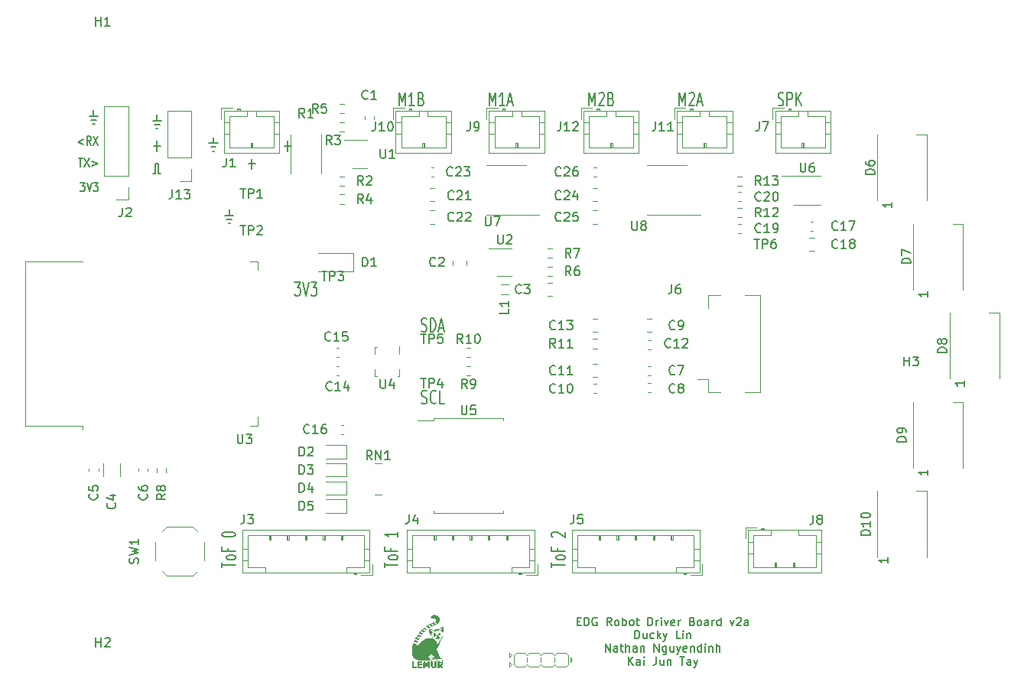
<source format=gbr>
G04 #@! TF.GenerationSoftware,KiCad,Pcbnew,(6.0.7)*
G04 #@! TF.CreationDate,2022-09-14T01:52:13-07:00*
G04 #@! TF.ProjectId,RobotDriver2_Blimp,526f626f-7444-4726-9976-6572325f426c,rev?*
G04 #@! TF.SameCoordinates,Original*
G04 #@! TF.FileFunction,Legend,Top*
G04 #@! TF.FilePolarity,Positive*
%FSLAX46Y46*%
G04 Gerber Fmt 4.6, Leading zero omitted, Abs format (unit mm)*
G04 Created by KiCad (PCBNEW (6.0.7)) date 2022-09-14 01:52:13*
%MOMM*%
%LPD*%
G01*
G04 APERTURE LIST*
%ADD10C,0.152400*%
%ADD11C,0.150000*%
%ADD12C,0.154000*%
%ADD13C,0.120000*%
%ADD14C,0.100000*%
G04 APERTURE END LIST*
D10*
X114023809Y-67821428D02*
X114976190Y-67821428D01*
X114214285Y-68250000D02*
X114785714Y-68250000D01*
X114500000Y-67178571D02*
X114500000Y-67821428D01*
X114595238Y-68678571D02*
X114404761Y-68678571D01*
X106023809Y-57321428D02*
X106976190Y-57321428D01*
X106214285Y-57750000D02*
X106785714Y-57750000D01*
X106500000Y-56678571D02*
X106500000Y-57321428D01*
X106595238Y-58178571D02*
X106404761Y-58178571D01*
D11*
X164335595Y-55678571D02*
X164335595Y-54178571D01*
X164668928Y-55250000D01*
X165002261Y-54178571D01*
X165002261Y-55678571D01*
X165430833Y-54321428D02*
X165478452Y-54250000D01*
X165573690Y-54178571D01*
X165811785Y-54178571D01*
X165907023Y-54250000D01*
X165954642Y-54321428D01*
X166002261Y-54464285D01*
X166002261Y-54607142D01*
X165954642Y-54821428D01*
X165383214Y-55678571D01*
X166002261Y-55678571D01*
X166383214Y-55250000D02*
X166859404Y-55250000D01*
X166287976Y-55678571D02*
X166621309Y-54178571D01*
X166954642Y-55678571D01*
X133335595Y-55678571D02*
X133335595Y-54178571D01*
X133668928Y-55250000D01*
X134002261Y-54178571D01*
X134002261Y-55678571D01*
X135002261Y-55678571D02*
X134430833Y-55678571D01*
X134716547Y-55678571D02*
X134716547Y-54178571D01*
X134621309Y-54392857D01*
X134526071Y-54535714D01*
X134430833Y-54607142D01*
X135764166Y-54892857D02*
X135907023Y-54964285D01*
X135954642Y-55035714D01*
X136002261Y-55178571D01*
X136002261Y-55392857D01*
X135954642Y-55535714D01*
X135907023Y-55607142D01*
X135811785Y-55678571D01*
X135430833Y-55678571D01*
X135430833Y-54178571D01*
X135764166Y-54178571D01*
X135859404Y-54250000D01*
X135907023Y-54321428D01*
X135954642Y-54464285D01*
X135954642Y-54607142D01*
X135907023Y-54750000D01*
X135859404Y-54821428D01*
X135764166Y-54892857D01*
X135430833Y-54892857D01*
D10*
X106119047Y-60107142D02*
X106880952Y-60107142D01*
X106500000Y-60678571D02*
X106500000Y-59535714D01*
X112273809Y-59821428D02*
X113226190Y-59821428D01*
X112464285Y-60250000D02*
X113035714Y-60250000D01*
X112750000Y-59178571D02*
X112750000Y-59821428D01*
X112845238Y-60678571D02*
X112654761Y-60678571D01*
D11*
X175287976Y-55607142D02*
X175430833Y-55678571D01*
X175668928Y-55678571D01*
X175764166Y-55607142D01*
X175811785Y-55535714D01*
X175859404Y-55392857D01*
X175859404Y-55250000D01*
X175811785Y-55107142D01*
X175764166Y-55035714D01*
X175668928Y-54964285D01*
X175478452Y-54892857D01*
X175383214Y-54821428D01*
X175335595Y-54750000D01*
X175287976Y-54607142D01*
X175287976Y-54464285D01*
X175335595Y-54321428D01*
X175383214Y-54250000D01*
X175478452Y-54178571D01*
X175716547Y-54178571D01*
X175859404Y-54250000D01*
X176287976Y-55678571D02*
X176287976Y-54178571D01*
X176668928Y-54178571D01*
X176764166Y-54250000D01*
X176811785Y-54321428D01*
X176859404Y-54464285D01*
X176859404Y-54678571D01*
X176811785Y-54821428D01*
X176764166Y-54892857D01*
X176668928Y-54964285D01*
X176287976Y-54964285D01*
X177287976Y-55678571D02*
X177287976Y-54178571D01*
X177859404Y-55678571D02*
X177430833Y-54821428D01*
X177859404Y-54178571D02*
X177287976Y-55035714D01*
X153028571Y-112762214D02*
X153328571Y-112762214D01*
X153457142Y-113233642D02*
X153028571Y-113233642D01*
X153028571Y-112333642D01*
X153457142Y-112333642D01*
X153842857Y-113233642D02*
X153842857Y-112333642D01*
X154057142Y-112333642D01*
X154185714Y-112376500D01*
X154271428Y-112462214D01*
X154314285Y-112547928D01*
X154357142Y-112719357D01*
X154357142Y-112847928D01*
X154314285Y-113019357D01*
X154271428Y-113105071D01*
X154185714Y-113190785D01*
X154057142Y-113233642D01*
X153842857Y-113233642D01*
X155214285Y-112376500D02*
X155128571Y-112333642D01*
X155000000Y-112333642D01*
X154871428Y-112376500D01*
X154785714Y-112462214D01*
X154742857Y-112547928D01*
X154700000Y-112719357D01*
X154700000Y-112847928D01*
X154742857Y-113019357D01*
X154785714Y-113105071D01*
X154871428Y-113190785D01*
X155000000Y-113233642D01*
X155085714Y-113233642D01*
X155214285Y-113190785D01*
X155257142Y-113147928D01*
X155257142Y-112847928D01*
X155085714Y-112847928D01*
X156842857Y-113233642D02*
X156542857Y-112805071D01*
X156328571Y-113233642D02*
X156328571Y-112333642D01*
X156671428Y-112333642D01*
X156757142Y-112376500D01*
X156800000Y-112419357D01*
X156842857Y-112505071D01*
X156842857Y-112633642D01*
X156800000Y-112719357D01*
X156757142Y-112762214D01*
X156671428Y-112805071D01*
X156328571Y-112805071D01*
X157357142Y-113233642D02*
X157271428Y-113190785D01*
X157228571Y-113147928D01*
X157185714Y-113062214D01*
X157185714Y-112805071D01*
X157228571Y-112719357D01*
X157271428Y-112676500D01*
X157357142Y-112633642D01*
X157485714Y-112633642D01*
X157571428Y-112676500D01*
X157614285Y-112719357D01*
X157657142Y-112805071D01*
X157657142Y-113062214D01*
X157614285Y-113147928D01*
X157571428Y-113190785D01*
X157485714Y-113233642D01*
X157357142Y-113233642D01*
X158042857Y-113233642D02*
X158042857Y-112333642D01*
X158042857Y-112676500D02*
X158128571Y-112633642D01*
X158300000Y-112633642D01*
X158385714Y-112676500D01*
X158428571Y-112719357D01*
X158471428Y-112805071D01*
X158471428Y-113062214D01*
X158428571Y-113147928D01*
X158385714Y-113190785D01*
X158300000Y-113233642D01*
X158128571Y-113233642D01*
X158042857Y-113190785D01*
X158985714Y-113233642D02*
X158900000Y-113190785D01*
X158857142Y-113147928D01*
X158814285Y-113062214D01*
X158814285Y-112805071D01*
X158857142Y-112719357D01*
X158900000Y-112676500D01*
X158985714Y-112633642D01*
X159114285Y-112633642D01*
X159200000Y-112676500D01*
X159242857Y-112719357D01*
X159285714Y-112805071D01*
X159285714Y-113062214D01*
X159242857Y-113147928D01*
X159200000Y-113190785D01*
X159114285Y-113233642D01*
X158985714Y-113233642D01*
X159542857Y-112633642D02*
X159885714Y-112633642D01*
X159671428Y-112333642D02*
X159671428Y-113105071D01*
X159714285Y-113190785D01*
X159800000Y-113233642D01*
X159885714Y-113233642D01*
X160871428Y-113233642D02*
X160871428Y-112333642D01*
X161085714Y-112333642D01*
X161214285Y-112376500D01*
X161300000Y-112462214D01*
X161342857Y-112547928D01*
X161385714Y-112719357D01*
X161385714Y-112847928D01*
X161342857Y-113019357D01*
X161300000Y-113105071D01*
X161214285Y-113190785D01*
X161085714Y-113233642D01*
X160871428Y-113233642D01*
X161771428Y-113233642D02*
X161771428Y-112633642D01*
X161771428Y-112805071D02*
X161814285Y-112719357D01*
X161857142Y-112676500D01*
X161942857Y-112633642D01*
X162028571Y-112633642D01*
X162328571Y-113233642D02*
X162328571Y-112633642D01*
X162328571Y-112333642D02*
X162285714Y-112376500D01*
X162328571Y-112419357D01*
X162371428Y-112376500D01*
X162328571Y-112333642D01*
X162328571Y-112419357D01*
X162671428Y-112633642D02*
X162885714Y-113233642D01*
X163100000Y-112633642D01*
X163785714Y-113190785D02*
X163700000Y-113233642D01*
X163528571Y-113233642D01*
X163442857Y-113190785D01*
X163400000Y-113105071D01*
X163400000Y-112762214D01*
X163442857Y-112676500D01*
X163528571Y-112633642D01*
X163700000Y-112633642D01*
X163785714Y-112676500D01*
X163828571Y-112762214D01*
X163828571Y-112847928D01*
X163400000Y-112933642D01*
X164214285Y-113233642D02*
X164214285Y-112633642D01*
X164214285Y-112805071D02*
X164257142Y-112719357D01*
X164300000Y-112676500D01*
X164385714Y-112633642D01*
X164471428Y-112633642D01*
X165757142Y-112762214D02*
X165885714Y-112805071D01*
X165928571Y-112847928D01*
X165971428Y-112933642D01*
X165971428Y-113062214D01*
X165928571Y-113147928D01*
X165885714Y-113190785D01*
X165800000Y-113233642D01*
X165457142Y-113233642D01*
X165457142Y-112333642D01*
X165757142Y-112333642D01*
X165842857Y-112376500D01*
X165885714Y-112419357D01*
X165928571Y-112505071D01*
X165928571Y-112590785D01*
X165885714Y-112676500D01*
X165842857Y-112719357D01*
X165757142Y-112762214D01*
X165457142Y-112762214D01*
X166485714Y-113233642D02*
X166400000Y-113190785D01*
X166357142Y-113147928D01*
X166314285Y-113062214D01*
X166314285Y-112805071D01*
X166357142Y-112719357D01*
X166400000Y-112676500D01*
X166485714Y-112633642D01*
X166614285Y-112633642D01*
X166700000Y-112676500D01*
X166742857Y-112719357D01*
X166785714Y-112805071D01*
X166785714Y-113062214D01*
X166742857Y-113147928D01*
X166700000Y-113190785D01*
X166614285Y-113233642D01*
X166485714Y-113233642D01*
X167557142Y-113233642D02*
X167557142Y-112762214D01*
X167514285Y-112676500D01*
X167428571Y-112633642D01*
X167257142Y-112633642D01*
X167171428Y-112676500D01*
X167557142Y-113190785D02*
X167471428Y-113233642D01*
X167257142Y-113233642D01*
X167171428Y-113190785D01*
X167128571Y-113105071D01*
X167128571Y-113019357D01*
X167171428Y-112933642D01*
X167257142Y-112890785D01*
X167471428Y-112890785D01*
X167557142Y-112847928D01*
X167985714Y-113233642D02*
X167985714Y-112633642D01*
X167985714Y-112805071D02*
X168028571Y-112719357D01*
X168071428Y-112676500D01*
X168157142Y-112633642D01*
X168242857Y-112633642D01*
X168928571Y-113233642D02*
X168928571Y-112333642D01*
X168928571Y-113190785D02*
X168842857Y-113233642D01*
X168671428Y-113233642D01*
X168585714Y-113190785D01*
X168542857Y-113147928D01*
X168500000Y-113062214D01*
X168500000Y-112805071D01*
X168542857Y-112719357D01*
X168585714Y-112676500D01*
X168671428Y-112633642D01*
X168842857Y-112633642D01*
X168928571Y-112676500D01*
X169957142Y-112633642D02*
X170171428Y-113233642D01*
X170385714Y-112633642D01*
X170685714Y-112419357D02*
X170728571Y-112376500D01*
X170814285Y-112333642D01*
X171028571Y-112333642D01*
X171114285Y-112376500D01*
X171157142Y-112419357D01*
X171200000Y-112505071D01*
X171200000Y-112590785D01*
X171157142Y-112719357D01*
X170642857Y-113233642D01*
X171200000Y-113233642D01*
X171971428Y-113233642D02*
X171971428Y-112762214D01*
X171928571Y-112676500D01*
X171842857Y-112633642D01*
X171671428Y-112633642D01*
X171585714Y-112676500D01*
X171971428Y-113190785D02*
X171885714Y-113233642D01*
X171671428Y-113233642D01*
X171585714Y-113190785D01*
X171542857Y-113105071D01*
X171542857Y-113019357D01*
X171585714Y-112933642D01*
X171671428Y-112890785D01*
X171885714Y-112890785D01*
X171971428Y-112847928D01*
X159435714Y-114682642D02*
X159435714Y-113782642D01*
X159650000Y-113782642D01*
X159778571Y-113825500D01*
X159864285Y-113911214D01*
X159907142Y-113996928D01*
X159950000Y-114168357D01*
X159950000Y-114296928D01*
X159907142Y-114468357D01*
X159864285Y-114554071D01*
X159778571Y-114639785D01*
X159650000Y-114682642D01*
X159435714Y-114682642D01*
X160721428Y-114082642D02*
X160721428Y-114682642D01*
X160335714Y-114082642D02*
X160335714Y-114554071D01*
X160378571Y-114639785D01*
X160464285Y-114682642D01*
X160592857Y-114682642D01*
X160678571Y-114639785D01*
X160721428Y-114596928D01*
X161535714Y-114639785D02*
X161450000Y-114682642D01*
X161278571Y-114682642D01*
X161192857Y-114639785D01*
X161150000Y-114596928D01*
X161107142Y-114511214D01*
X161107142Y-114254071D01*
X161150000Y-114168357D01*
X161192857Y-114125500D01*
X161278571Y-114082642D01*
X161450000Y-114082642D01*
X161535714Y-114125500D01*
X161921428Y-114682642D02*
X161921428Y-113782642D01*
X162007142Y-114339785D02*
X162264285Y-114682642D01*
X162264285Y-114082642D02*
X161921428Y-114425500D01*
X162564285Y-114082642D02*
X162778571Y-114682642D01*
X162992857Y-114082642D02*
X162778571Y-114682642D01*
X162692857Y-114896928D01*
X162650000Y-114939785D01*
X162564285Y-114982642D01*
X164450000Y-114682642D02*
X164021428Y-114682642D01*
X164021428Y-113782642D01*
X164750000Y-114682642D02*
X164750000Y-114082642D01*
X164750000Y-113782642D02*
X164707142Y-113825500D01*
X164750000Y-113868357D01*
X164792857Y-113825500D01*
X164750000Y-113782642D01*
X164750000Y-113868357D01*
X165178571Y-114082642D02*
X165178571Y-114682642D01*
X165178571Y-114168357D02*
X165221428Y-114125500D01*
X165307142Y-114082642D01*
X165435714Y-114082642D01*
X165521428Y-114125500D01*
X165564285Y-114211214D01*
X165564285Y-114682642D01*
X156157142Y-116131642D02*
X156157142Y-115231642D01*
X156671428Y-116131642D01*
X156671428Y-115231642D01*
X157485714Y-116131642D02*
X157485714Y-115660214D01*
X157442857Y-115574500D01*
X157357142Y-115531642D01*
X157185714Y-115531642D01*
X157100000Y-115574500D01*
X157485714Y-116088785D02*
X157400000Y-116131642D01*
X157185714Y-116131642D01*
X157100000Y-116088785D01*
X157057142Y-116003071D01*
X157057142Y-115917357D01*
X157100000Y-115831642D01*
X157185714Y-115788785D01*
X157400000Y-115788785D01*
X157485714Y-115745928D01*
X157785714Y-115531642D02*
X158128571Y-115531642D01*
X157914285Y-115231642D02*
X157914285Y-116003071D01*
X157957142Y-116088785D01*
X158042857Y-116131642D01*
X158128571Y-116131642D01*
X158428571Y-116131642D02*
X158428571Y-115231642D01*
X158814285Y-116131642D02*
X158814285Y-115660214D01*
X158771428Y-115574500D01*
X158685714Y-115531642D01*
X158557142Y-115531642D01*
X158471428Y-115574500D01*
X158428571Y-115617357D01*
X159628571Y-116131642D02*
X159628571Y-115660214D01*
X159585714Y-115574500D01*
X159500000Y-115531642D01*
X159328571Y-115531642D01*
X159242857Y-115574500D01*
X159628571Y-116088785D02*
X159542857Y-116131642D01*
X159328571Y-116131642D01*
X159242857Y-116088785D01*
X159200000Y-116003071D01*
X159200000Y-115917357D01*
X159242857Y-115831642D01*
X159328571Y-115788785D01*
X159542857Y-115788785D01*
X159628571Y-115745928D01*
X160057142Y-115531642D02*
X160057142Y-116131642D01*
X160057142Y-115617357D02*
X160100000Y-115574500D01*
X160185714Y-115531642D01*
X160314285Y-115531642D01*
X160400000Y-115574500D01*
X160442857Y-115660214D01*
X160442857Y-116131642D01*
X161557142Y-116131642D02*
X161557142Y-115231642D01*
X162071428Y-116131642D01*
X162071428Y-115231642D01*
X162885714Y-115531642D02*
X162885714Y-116260214D01*
X162842857Y-116345928D01*
X162800000Y-116388785D01*
X162714285Y-116431642D01*
X162585714Y-116431642D01*
X162500000Y-116388785D01*
X162885714Y-116088785D02*
X162800000Y-116131642D01*
X162628571Y-116131642D01*
X162542857Y-116088785D01*
X162500000Y-116045928D01*
X162457142Y-115960214D01*
X162457142Y-115703071D01*
X162500000Y-115617357D01*
X162542857Y-115574500D01*
X162628571Y-115531642D01*
X162800000Y-115531642D01*
X162885714Y-115574500D01*
X163700000Y-115531642D02*
X163700000Y-116131642D01*
X163314285Y-115531642D02*
X163314285Y-116003071D01*
X163357142Y-116088785D01*
X163442857Y-116131642D01*
X163571428Y-116131642D01*
X163657142Y-116088785D01*
X163700000Y-116045928D01*
X164042857Y-115531642D02*
X164257142Y-116131642D01*
X164471428Y-115531642D02*
X164257142Y-116131642D01*
X164171428Y-116345928D01*
X164128571Y-116388785D01*
X164042857Y-116431642D01*
X165157142Y-116088785D02*
X165071428Y-116131642D01*
X164900000Y-116131642D01*
X164814285Y-116088785D01*
X164771428Y-116003071D01*
X164771428Y-115660214D01*
X164814285Y-115574500D01*
X164900000Y-115531642D01*
X165071428Y-115531642D01*
X165157142Y-115574500D01*
X165200000Y-115660214D01*
X165200000Y-115745928D01*
X164771428Y-115831642D01*
X165585714Y-115531642D02*
X165585714Y-116131642D01*
X165585714Y-115617357D02*
X165628571Y-115574500D01*
X165714285Y-115531642D01*
X165842857Y-115531642D01*
X165928571Y-115574500D01*
X165971428Y-115660214D01*
X165971428Y-116131642D01*
X166785714Y-116131642D02*
X166785714Y-115231642D01*
X166785714Y-116088785D02*
X166700000Y-116131642D01*
X166528571Y-116131642D01*
X166442857Y-116088785D01*
X166400000Y-116045928D01*
X166357142Y-115960214D01*
X166357142Y-115703071D01*
X166400000Y-115617357D01*
X166442857Y-115574500D01*
X166528571Y-115531642D01*
X166700000Y-115531642D01*
X166785714Y-115574500D01*
X167214285Y-116131642D02*
X167214285Y-115531642D01*
X167214285Y-115231642D02*
X167171428Y-115274500D01*
X167214285Y-115317357D01*
X167257142Y-115274500D01*
X167214285Y-115231642D01*
X167214285Y-115317357D01*
X167642857Y-115531642D02*
X167642857Y-116131642D01*
X167642857Y-115617357D02*
X167685714Y-115574500D01*
X167771428Y-115531642D01*
X167900000Y-115531642D01*
X167985714Y-115574500D01*
X168028571Y-115660214D01*
X168028571Y-116131642D01*
X168457142Y-116131642D02*
X168457142Y-115231642D01*
X168842857Y-116131642D02*
X168842857Y-115660214D01*
X168800000Y-115574500D01*
X168714285Y-115531642D01*
X168585714Y-115531642D01*
X168500000Y-115574500D01*
X168457142Y-115617357D01*
X158707142Y-117580642D02*
X158707142Y-116680642D01*
X159221428Y-117580642D02*
X158835714Y-117066357D01*
X159221428Y-116680642D02*
X158707142Y-117194928D01*
X159992857Y-117580642D02*
X159992857Y-117109214D01*
X159950000Y-117023500D01*
X159864285Y-116980642D01*
X159692857Y-116980642D01*
X159607142Y-117023500D01*
X159992857Y-117537785D02*
X159907142Y-117580642D01*
X159692857Y-117580642D01*
X159607142Y-117537785D01*
X159564285Y-117452071D01*
X159564285Y-117366357D01*
X159607142Y-117280642D01*
X159692857Y-117237785D01*
X159907142Y-117237785D01*
X159992857Y-117194928D01*
X160421428Y-117580642D02*
X160421428Y-116980642D01*
X160421428Y-116680642D02*
X160378571Y-116723500D01*
X160421428Y-116766357D01*
X160464285Y-116723500D01*
X160421428Y-116680642D01*
X160421428Y-116766357D01*
X161792857Y-116680642D02*
X161792857Y-117323500D01*
X161750000Y-117452071D01*
X161664285Y-117537785D01*
X161535714Y-117580642D01*
X161450000Y-117580642D01*
X162607142Y-116980642D02*
X162607142Y-117580642D01*
X162221428Y-116980642D02*
X162221428Y-117452071D01*
X162264285Y-117537785D01*
X162350000Y-117580642D01*
X162478571Y-117580642D01*
X162564285Y-117537785D01*
X162607142Y-117494928D01*
X163035714Y-116980642D02*
X163035714Y-117580642D01*
X163035714Y-117066357D02*
X163078571Y-117023500D01*
X163164285Y-116980642D01*
X163292857Y-116980642D01*
X163378571Y-117023500D01*
X163421428Y-117109214D01*
X163421428Y-117580642D01*
X164407142Y-116680642D02*
X164921428Y-116680642D01*
X164664285Y-117580642D02*
X164664285Y-116680642D01*
X165607142Y-117580642D02*
X165607142Y-117109214D01*
X165564285Y-117023500D01*
X165478571Y-116980642D01*
X165307142Y-116980642D01*
X165221428Y-117023500D01*
X165607142Y-117537785D02*
X165521428Y-117580642D01*
X165307142Y-117580642D01*
X165221428Y-117537785D01*
X165178571Y-117452071D01*
X165178571Y-117366357D01*
X165221428Y-117280642D01*
X165307142Y-117237785D01*
X165521428Y-117237785D01*
X165607142Y-117194928D01*
X165950000Y-116980642D02*
X166164285Y-117580642D01*
X166378571Y-116980642D02*
X166164285Y-117580642D01*
X166078571Y-117794928D01*
X166035714Y-117837785D01*
X165950000Y-117880642D01*
D10*
X135809523Y-88607142D02*
X135952380Y-88678571D01*
X136190476Y-88678571D01*
X136285714Y-88607142D01*
X136333333Y-88535714D01*
X136380952Y-88392857D01*
X136380952Y-88250000D01*
X136333333Y-88107142D01*
X136285714Y-88035714D01*
X136190476Y-87964285D01*
X136000000Y-87892857D01*
X135904761Y-87821428D01*
X135857142Y-87750000D01*
X135809523Y-87607142D01*
X135809523Y-87464285D01*
X135857142Y-87321428D01*
X135904761Y-87250000D01*
X136000000Y-87178571D01*
X136238095Y-87178571D01*
X136380952Y-87250000D01*
X137380952Y-88535714D02*
X137333333Y-88607142D01*
X137190476Y-88678571D01*
X137095238Y-88678571D01*
X136952380Y-88607142D01*
X136857142Y-88464285D01*
X136809523Y-88321428D01*
X136761904Y-88035714D01*
X136761904Y-87821428D01*
X136809523Y-87535714D01*
X136857142Y-87392857D01*
X136952380Y-87250000D01*
X137095238Y-87178571D01*
X137190476Y-87178571D01*
X137333333Y-87250000D01*
X137380952Y-87321428D01*
X138285714Y-88678571D02*
X137809523Y-88678571D01*
X137809523Y-87178571D01*
X116619047Y-62107142D02*
X117380952Y-62107142D01*
X117000000Y-62678571D02*
X117000000Y-61535714D01*
D11*
X143335595Y-55678571D02*
X143335595Y-54178571D01*
X143668928Y-55250000D01*
X144002261Y-54178571D01*
X144002261Y-55678571D01*
X145002261Y-55678571D02*
X144430833Y-55678571D01*
X144716547Y-55678571D02*
X144716547Y-54178571D01*
X144621309Y-54392857D01*
X144526071Y-54535714D01*
X144430833Y-54607142D01*
X145383214Y-55250000D02*
X145859404Y-55250000D01*
X145287976Y-55678571D02*
X145621309Y-54178571D01*
X145954642Y-55678571D01*
X154335595Y-55678571D02*
X154335595Y-54178571D01*
X154668928Y-55250000D01*
X155002261Y-54178571D01*
X155002261Y-55678571D01*
X155430833Y-54321428D02*
X155478452Y-54250000D01*
X155573690Y-54178571D01*
X155811785Y-54178571D01*
X155907023Y-54250000D01*
X155954642Y-54321428D01*
X156002261Y-54464285D01*
X156002261Y-54607142D01*
X155954642Y-54821428D01*
X155383214Y-55678571D01*
X156002261Y-55678571D01*
X156764166Y-54892857D02*
X156907023Y-54964285D01*
X156954642Y-55035714D01*
X157002261Y-55178571D01*
X157002261Y-55392857D01*
X156954642Y-55535714D01*
X156907023Y-55607142D01*
X156811785Y-55678571D01*
X156430833Y-55678571D01*
X156430833Y-54178571D01*
X156764166Y-54178571D01*
X156859404Y-54250000D01*
X156907023Y-54321428D01*
X156954642Y-54464285D01*
X156954642Y-54607142D01*
X156907023Y-54750000D01*
X156859404Y-54821428D01*
X156764166Y-54892857D01*
X156430833Y-54892857D01*
D10*
X98023809Y-64152379D02*
X98519047Y-64152379D01*
X98252381Y-64533332D01*
X98366666Y-64533332D01*
X98442857Y-64580951D01*
X98480952Y-64628570D01*
X98519047Y-64723808D01*
X98519047Y-64961903D01*
X98480952Y-65057141D01*
X98442857Y-65104760D01*
X98366666Y-65152379D01*
X98138095Y-65152379D01*
X98061905Y-65104760D01*
X98023809Y-65057141D01*
X98747619Y-64152379D02*
X99014286Y-65152379D01*
X99280952Y-64152379D01*
X99471428Y-64152379D02*
X99966666Y-64152379D01*
X99700000Y-64533332D01*
X99814286Y-64533332D01*
X99890476Y-64580951D01*
X99928571Y-64628570D01*
X99966666Y-64723808D01*
X99966666Y-64961903D01*
X99928571Y-65057141D01*
X99890476Y-65104760D01*
X99814286Y-65152379D01*
X99585714Y-65152379D01*
X99509524Y-65104760D01*
X99471428Y-65057141D01*
X121761904Y-75178571D02*
X122380952Y-75178571D01*
X122047619Y-75750000D01*
X122190476Y-75750000D01*
X122285714Y-75821428D01*
X122333333Y-75892857D01*
X122380952Y-76035714D01*
X122380952Y-76392857D01*
X122333333Y-76535714D01*
X122285714Y-76607142D01*
X122190476Y-76678571D01*
X121904761Y-76678571D01*
X121809523Y-76607142D01*
X121761904Y-76535714D01*
X122666666Y-75178571D02*
X123000000Y-76678571D01*
X123333333Y-75178571D01*
X123571428Y-75178571D02*
X124190476Y-75178571D01*
X123857142Y-75750000D01*
X124000000Y-75750000D01*
X124095238Y-75821428D01*
X124142857Y-75892857D01*
X124190476Y-76035714D01*
X124190476Y-76392857D01*
X124142857Y-76535714D01*
X124095238Y-76607142D01*
X124000000Y-76678571D01*
X123714285Y-76678571D01*
X123619047Y-76607142D01*
X123571428Y-76535714D01*
D11*
X150178571Y-106807261D02*
X150178571Y-106235833D01*
X151678571Y-106521547D02*
X150178571Y-106521547D01*
X151678571Y-105759642D02*
X151607142Y-105854880D01*
X151535714Y-105902500D01*
X151392857Y-105950119D01*
X150964285Y-105950119D01*
X150821428Y-105902500D01*
X150750000Y-105854880D01*
X150678571Y-105759642D01*
X150678571Y-105616785D01*
X150750000Y-105521547D01*
X150821428Y-105473928D01*
X150964285Y-105426309D01*
X151392857Y-105426309D01*
X151535714Y-105473928D01*
X151607142Y-105521547D01*
X151678571Y-105616785D01*
X151678571Y-105759642D01*
X150892857Y-104664404D02*
X150892857Y-104997738D01*
X151678571Y-104997738D02*
X150178571Y-104997738D01*
X150178571Y-104521547D01*
X150321428Y-103426309D02*
X150250000Y-103378690D01*
X150178571Y-103283452D01*
X150178571Y-103045357D01*
X150250000Y-102950119D01*
X150321428Y-102902500D01*
X150464285Y-102854880D01*
X150607142Y-102854880D01*
X150821428Y-102902500D01*
X151678571Y-103473928D01*
X151678571Y-102854880D01*
D10*
X99023809Y-56821428D02*
X99976190Y-56821428D01*
X99214285Y-57250000D02*
X99785714Y-57250000D01*
X99500000Y-56178571D02*
X99500000Y-56821428D01*
X99595238Y-57678571D02*
X99404761Y-57678571D01*
X120619047Y-60107142D02*
X121380952Y-60107142D01*
X121000000Y-60678571D02*
X121000000Y-59535714D01*
D11*
X131678571Y-106807261D02*
X131678571Y-106235833D01*
X133178571Y-106521547D02*
X131678571Y-106521547D01*
X133178571Y-105759642D02*
X133107142Y-105854880D01*
X133035714Y-105902500D01*
X132892857Y-105950119D01*
X132464285Y-105950119D01*
X132321428Y-105902500D01*
X132250000Y-105854880D01*
X132178571Y-105759642D01*
X132178571Y-105616785D01*
X132250000Y-105521547D01*
X132321428Y-105473928D01*
X132464285Y-105426309D01*
X132892857Y-105426309D01*
X133035714Y-105473928D01*
X133107142Y-105521547D01*
X133178571Y-105616785D01*
X133178571Y-105759642D01*
X132392857Y-104664404D02*
X132392857Y-104997738D01*
X133178571Y-104997738D02*
X131678571Y-104997738D01*
X131678571Y-104521547D01*
X133178571Y-102854880D02*
X133178571Y-103426309D01*
X133178571Y-103140595D02*
X131678571Y-103140595D01*
X131892857Y-103235833D01*
X132035714Y-103331071D01*
X132107142Y-103426309D01*
D10*
X106071428Y-63178571D02*
X106309523Y-63178571D01*
X106309523Y-62035714D01*
X106690476Y-62035714D01*
X106690476Y-63178571D01*
X106928571Y-63178571D01*
X98366666Y-59375713D02*
X97757142Y-59661427D01*
X98366666Y-59947141D01*
X99204761Y-60042379D02*
X98938095Y-59566189D01*
X98747618Y-60042379D02*
X98747618Y-59042379D01*
X99052380Y-59042379D01*
X99128571Y-59089999D01*
X99166666Y-59137618D01*
X99204761Y-59232856D01*
X99204761Y-59375713D01*
X99166666Y-59470951D01*
X99128571Y-59518570D01*
X99052380Y-59566189D01*
X98747618Y-59566189D01*
X99471428Y-59042379D02*
X100004761Y-60042379D01*
X100004761Y-59042379D02*
X99471428Y-60042379D01*
X135785714Y-80607142D02*
X135928571Y-80678571D01*
X136166666Y-80678571D01*
X136261904Y-80607142D01*
X136309523Y-80535714D01*
X136357142Y-80392857D01*
X136357142Y-80250000D01*
X136309523Y-80107142D01*
X136261904Y-80035714D01*
X136166666Y-79964285D01*
X135976190Y-79892857D01*
X135880952Y-79821428D01*
X135833333Y-79750000D01*
X135785714Y-79607142D01*
X135785714Y-79464285D01*
X135833333Y-79321428D01*
X135880952Y-79250000D01*
X135976190Y-79178571D01*
X136214285Y-79178571D01*
X136357142Y-79250000D01*
X136785714Y-80678571D02*
X136785714Y-79178571D01*
X137023809Y-79178571D01*
X137166666Y-79250000D01*
X137261904Y-79392857D01*
X137309523Y-79535714D01*
X137357142Y-79821428D01*
X137357142Y-80035714D01*
X137309523Y-80321428D01*
X137261904Y-80464285D01*
X137166666Y-80607142D01*
X137023809Y-80678571D01*
X136785714Y-80678571D01*
X137738095Y-80250000D02*
X138214285Y-80250000D01*
X137642857Y-80678571D02*
X137976190Y-79178571D01*
X138309523Y-80678571D01*
D11*
X113678571Y-106807261D02*
X113678571Y-106235833D01*
X115178571Y-106521547D02*
X113678571Y-106521547D01*
X115178571Y-105759642D02*
X115107142Y-105854880D01*
X115035714Y-105902500D01*
X114892857Y-105950119D01*
X114464285Y-105950119D01*
X114321428Y-105902500D01*
X114250000Y-105854880D01*
X114178571Y-105759642D01*
X114178571Y-105616785D01*
X114250000Y-105521547D01*
X114321428Y-105473928D01*
X114464285Y-105426309D01*
X114892857Y-105426309D01*
X115035714Y-105473928D01*
X115107142Y-105521547D01*
X115178571Y-105616785D01*
X115178571Y-105759642D01*
X114392857Y-104664404D02*
X114392857Y-104997738D01*
X115178571Y-104997738D02*
X113678571Y-104997738D01*
X113678571Y-104521547D01*
X113678571Y-103188214D02*
X113678571Y-103092976D01*
X113750000Y-102997738D01*
X113821428Y-102950119D01*
X113964285Y-102902500D01*
X114250000Y-102854880D01*
X114607142Y-102854880D01*
X114892857Y-102902500D01*
X115035714Y-102950119D01*
X115107142Y-102997738D01*
X115178571Y-103092976D01*
X115178571Y-103188214D01*
X115107142Y-103283452D01*
X115035714Y-103331071D01*
X114892857Y-103378690D01*
X114607142Y-103426309D01*
X114250000Y-103426309D01*
X113964285Y-103378690D01*
X113821428Y-103331071D01*
X113750000Y-103283452D01*
X113678571Y-103188214D01*
D12*
X97832533Y-61452380D02*
X98289675Y-61452380D01*
X98061104Y-62452380D02*
X98061104Y-61452380D01*
X98480152Y-61452380D02*
X99013485Y-62452380D01*
X99013485Y-61452380D02*
X98480152Y-62452380D01*
X99318247Y-61785714D02*
X99927771Y-62071428D01*
X99318247Y-62357142D01*
D11*
X122261904Y-100452380D02*
X122261904Y-99452380D01*
X122500000Y-99452380D01*
X122642857Y-99500000D01*
X122738095Y-99595238D01*
X122785714Y-99690476D01*
X122833333Y-99880952D01*
X122833333Y-100023809D01*
X122785714Y-100214285D01*
X122738095Y-100309523D01*
X122642857Y-100404761D01*
X122500000Y-100452380D01*
X122261904Y-100452380D01*
X123738095Y-99452380D02*
X123261904Y-99452380D01*
X123214285Y-99928571D01*
X123261904Y-99880952D01*
X123357142Y-99833333D01*
X123595238Y-99833333D01*
X123690476Y-99880952D01*
X123738095Y-99928571D01*
X123785714Y-100023809D01*
X123785714Y-100261904D01*
X123738095Y-100357142D01*
X123690476Y-100404761D01*
X123595238Y-100452380D01*
X123357142Y-100452380D01*
X123261904Y-100404761D01*
X123214285Y-100357142D01*
X122261904Y-98452380D02*
X122261904Y-97452380D01*
X122500000Y-97452380D01*
X122642857Y-97500000D01*
X122738095Y-97595238D01*
X122785714Y-97690476D01*
X122833333Y-97880952D01*
X122833333Y-98023809D01*
X122785714Y-98214285D01*
X122738095Y-98309523D01*
X122642857Y-98404761D01*
X122500000Y-98452380D01*
X122261904Y-98452380D01*
X123690476Y-97785714D02*
X123690476Y-98452380D01*
X123452380Y-97404761D02*
X123214285Y-98119047D01*
X123833333Y-98119047D01*
X122261904Y-94452380D02*
X122261904Y-93452380D01*
X122500000Y-93452380D01*
X122642857Y-93500000D01*
X122738095Y-93595238D01*
X122785714Y-93690476D01*
X122833333Y-93880952D01*
X122833333Y-94023809D01*
X122785714Y-94214285D01*
X122738095Y-94309523D01*
X122642857Y-94404761D01*
X122500000Y-94452380D01*
X122261904Y-94452380D01*
X123214285Y-93547619D02*
X123261904Y-93500000D01*
X123357142Y-93452380D01*
X123595238Y-93452380D01*
X123690476Y-93500000D01*
X123738095Y-93547619D01*
X123785714Y-93642857D01*
X123785714Y-93738095D01*
X123738095Y-93880952D01*
X123166666Y-94452380D01*
X123785714Y-94452380D01*
X122261904Y-96452380D02*
X122261904Y-95452380D01*
X122500000Y-95452380D01*
X122642857Y-95500000D01*
X122738095Y-95595238D01*
X122785714Y-95690476D01*
X122833333Y-95880952D01*
X122833333Y-96023809D01*
X122785714Y-96214285D01*
X122738095Y-96309523D01*
X122642857Y-96404761D01*
X122500000Y-96452380D01*
X122261904Y-96452380D01*
X123166666Y-95452380D02*
X123785714Y-95452380D01*
X123452380Y-95833333D01*
X123595238Y-95833333D01*
X123690476Y-95880952D01*
X123738095Y-95928571D01*
X123785714Y-96023809D01*
X123785714Y-96261904D01*
X123738095Y-96357142D01*
X123690476Y-96404761D01*
X123595238Y-96452380D01*
X123309523Y-96452380D01*
X123214285Y-96404761D01*
X123166666Y-96357142D01*
X130309523Y-94852380D02*
X129976190Y-94376190D01*
X129738095Y-94852380D02*
X129738095Y-93852380D01*
X130119047Y-93852380D01*
X130214285Y-93900000D01*
X130261904Y-93947619D01*
X130309523Y-94042857D01*
X130309523Y-94185714D01*
X130261904Y-94280952D01*
X130214285Y-94328571D01*
X130119047Y-94376190D01*
X129738095Y-94376190D01*
X130738095Y-94852380D02*
X130738095Y-93852380D01*
X131309523Y-94852380D01*
X131309523Y-93852380D01*
X132309523Y-94852380D02*
X131738095Y-94852380D01*
X132023809Y-94852380D02*
X132023809Y-93852380D01*
X131928571Y-93995238D01*
X131833333Y-94090476D01*
X131738095Y-94138095D01*
X122833333Y-56952380D02*
X122500000Y-56476190D01*
X122261904Y-56952380D02*
X122261904Y-55952380D01*
X122642857Y-55952380D01*
X122738095Y-56000000D01*
X122785714Y-56047619D01*
X122833333Y-56142857D01*
X122833333Y-56285714D01*
X122785714Y-56380952D01*
X122738095Y-56428571D01*
X122642857Y-56476190D01*
X122261904Y-56476190D01*
X123785714Y-56952380D02*
X123214285Y-56952380D01*
X123500000Y-56952380D02*
X123500000Y-55952380D01*
X123404761Y-56095238D01*
X123309523Y-56190476D01*
X123214285Y-56238095D01*
X163357142Y-82357174D02*
X163309523Y-82404793D01*
X163166666Y-82452412D01*
X163071428Y-82452412D01*
X162928571Y-82404793D01*
X162833333Y-82309555D01*
X162785714Y-82214317D01*
X162738095Y-82023841D01*
X162738095Y-81880984D01*
X162785714Y-81690508D01*
X162833333Y-81595270D01*
X162928571Y-81500032D01*
X163071428Y-81452412D01*
X163166666Y-81452412D01*
X163309523Y-81500032D01*
X163357142Y-81547651D01*
X164309523Y-82452412D02*
X163738095Y-82452412D01*
X164023809Y-82452412D02*
X164023809Y-81452412D01*
X163928571Y-81595270D01*
X163833333Y-81690508D01*
X163738095Y-81738127D01*
X164690476Y-81547651D02*
X164738095Y-81500032D01*
X164833333Y-81452412D01*
X165071428Y-81452412D01*
X165166666Y-81500032D01*
X165214285Y-81547651D01*
X165261904Y-81642889D01*
X165261904Y-81738127D01*
X165214285Y-81880984D01*
X164642857Y-82452412D01*
X165261904Y-82452412D01*
X173166666Y-57452380D02*
X173166666Y-58166666D01*
X173119047Y-58309523D01*
X173023809Y-58404761D01*
X172880952Y-58452380D01*
X172785714Y-58452380D01*
X173547619Y-57452380D02*
X174214285Y-57452380D01*
X173785714Y-58452380D01*
X173357142Y-67952380D02*
X173023809Y-67476190D01*
X172785714Y-67952380D02*
X172785714Y-66952380D01*
X173166666Y-66952380D01*
X173261904Y-67000000D01*
X173309523Y-67047619D01*
X173357142Y-67142857D01*
X173357142Y-67285714D01*
X173309523Y-67380952D01*
X173261904Y-67428571D01*
X173166666Y-67476190D01*
X172785714Y-67476190D01*
X174309523Y-67952380D02*
X173738095Y-67952380D01*
X174023809Y-67952380D02*
X174023809Y-66952380D01*
X173928571Y-67095238D01*
X173833333Y-67190476D01*
X173738095Y-67238095D01*
X174690476Y-67047619D02*
X174738095Y-67000000D01*
X174833333Y-66952380D01*
X175071428Y-66952380D01*
X175166666Y-67000000D01*
X175214285Y-67047619D01*
X175261904Y-67142857D01*
X175261904Y-67238095D01*
X175214285Y-67380952D01*
X174642857Y-67952380D01*
X175261904Y-67952380D01*
X173357142Y-69607142D02*
X173309523Y-69654761D01*
X173166666Y-69702380D01*
X173071428Y-69702380D01*
X172928571Y-69654761D01*
X172833333Y-69559523D01*
X172785714Y-69464285D01*
X172738095Y-69273809D01*
X172738095Y-69130952D01*
X172785714Y-68940476D01*
X172833333Y-68845238D01*
X172928571Y-68750000D01*
X173071428Y-68702380D01*
X173166666Y-68702380D01*
X173309523Y-68750000D01*
X173357142Y-68797619D01*
X174309523Y-69702380D02*
X173738095Y-69702380D01*
X174023809Y-69702380D02*
X174023809Y-68702380D01*
X173928571Y-68845238D01*
X173833333Y-68940476D01*
X173738095Y-68988095D01*
X174785714Y-69702380D02*
X174976190Y-69702380D01*
X175071428Y-69654761D01*
X175119047Y-69607142D01*
X175214285Y-69464285D01*
X175261904Y-69273809D01*
X175261904Y-68892857D01*
X175214285Y-68797619D01*
X175166666Y-68750000D01*
X175071428Y-68702380D01*
X174880952Y-68702380D01*
X174785714Y-68750000D01*
X174738095Y-68797619D01*
X174690476Y-68892857D01*
X174690476Y-69130952D01*
X174738095Y-69226190D01*
X174785714Y-69273809D01*
X174880952Y-69321428D01*
X175071428Y-69321428D01*
X175166666Y-69273809D01*
X175214285Y-69226190D01*
X175261904Y-69130952D01*
X140833333Y-86952380D02*
X140500000Y-86476190D01*
X140261904Y-86952380D02*
X140261904Y-85952380D01*
X140642857Y-85952380D01*
X140738095Y-86000000D01*
X140785714Y-86047619D01*
X140833333Y-86142857D01*
X140833333Y-86285714D01*
X140785714Y-86380952D01*
X140738095Y-86428571D01*
X140642857Y-86476190D01*
X140261904Y-86476190D01*
X141309523Y-86952380D02*
X141500000Y-86952380D01*
X141595238Y-86904761D01*
X141642857Y-86857142D01*
X141738095Y-86714285D01*
X141785714Y-86523809D01*
X141785714Y-86142857D01*
X141738095Y-86047619D01*
X141690476Y-86000000D01*
X141595238Y-85952380D01*
X141404761Y-85952380D01*
X141309523Y-86000000D01*
X141261904Y-86047619D01*
X141214285Y-86142857D01*
X141214285Y-86380952D01*
X141261904Y-86476190D01*
X141309523Y-86523809D01*
X141404761Y-86571428D01*
X141595238Y-86571428D01*
X141690476Y-86523809D01*
X141738095Y-86476190D01*
X141785714Y-86380952D01*
X150607142Y-82452380D02*
X150273809Y-81976190D01*
X150035714Y-82452380D02*
X150035714Y-81452380D01*
X150416666Y-81452380D01*
X150511904Y-81500000D01*
X150559523Y-81547619D01*
X150607142Y-81642857D01*
X150607142Y-81785714D01*
X150559523Y-81880952D01*
X150511904Y-81928571D01*
X150416666Y-81976190D01*
X150035714Y-81976190D01*
X151559523Y-82452380D02*
X150988095Y-82452380D01*
X151273809Y-82452380D02*
X151273809Y-81452380D01*
X151178571Y-81595238D01*
X151083333Y-81690476D01*
X150988095Y-81738095D01*
X152511904Y-82452380D02*
X151940476Y-82452380D01*
X152226190Y-82452380D02*
X152226190Y-81452380D01*
X152130952Y-81595238D01*
X152035714Y-81690476D01*
X151940476Y-81738095D01*
X139217346Y-63357142D02*
X139169727Y-63404761D01*
X139026870Y-63452380D01*
X138931632Y-63452380D01*
X138788775Y-63404761D01*
X138693537Y-63309523D01*
X138645918Y-63214285D01*
X138598299Y-63023809D01*
X138598299Y-62880952D01*
X138645918Y-62690476D01*
X138693537Y-62595238D01*
X138788775Y-62500000D01*
X138931632Y-62452380D01*
X139026870Y-62452380D01*
X139169727Y-62500000D01*
X139217346Y-62547619D01*
X139598299Y-62547619D02*
X139645918Y-62500000D01*
X139741156Y-62452380D01*
X139979251Y-62452380D01*
X140074489Y-62500000D01*
X140122108Y-62547619D01*
X140169727Y-62642857D01*
X140169727Y-62738095D01*
X140122108Y-62880952D01*
X139550680Y-63452380D01*
X140169727Y-63452380D01*
X140503061Y-62452380D02*
X141122108Y-62452380D01*
X140788775Y-62833333D01*
X140931632Y-62833333D01*
X141026870Y-62880952D01*
X141074489Y-62928571D01*
X141122108Y-63023809D01*
X141122108Y-63261904D01*
X141074489Y-63357142D01*
X141026870Y-63404761D01*
X140931632Y-63452380D01*
X140645918Y-63452380D01*
X140550680Y-63404761D01*
X140503061Y-63357142D01*
X99738095Y-46802380D02*
X99738095Y-45802380D01*
X99738095Y-46278571D02*
X100309523Y-46278571D01*
X100309523Y-46802380D02*
X100309523Y-45802380D01*
X101309523Y-46802380D02*
X100738095Y-46802380D01*
X101023809Y-46802380D02*
X101023809Y-45802380D01*
X100928571Y-45945238D01*
X100833333Y-46040476D01*
X100738095Y-46088095D01*
X193952380Y-82988095D02*
X192952380Y-82988095D01*
X192952380Y-82750000D01*
X193000000Y-82607142D01*
X193095238Y-82511904D01*
X193190476Y-82464285D01*
X193380952Y-82416666D01*
X193523809Y-82416666D01*
X193714285Y-82464285D01*
X193809523Y-82511904D01*
X193904761Y-82607142D01*
X193952380Y-82750000D01*
X193952380Y-82988095D01*
X193380952Y-81845238D02*
X193333333Y-81940476D01*
X193285714Y-81988095D01*
X193190476Y-82035714D01*
X193142857Y-82035714D01*
X193047619Y-81988095D01*
X193000000Y-81940476D01*
X192952380Y-81845238D01*
X192952380Y-81654761D01*
X193000000Y-81559523D01*
X193047619Y-81511904D01*
X193142857Y-81464285D01*
X193190476Y-81464285D01*
X193285714Y-81511904D01*
X193333333Y-81559523D01*
X193380952Y-81654761D01*
X193380952Y-81845238D01*
X193428571Y-81940476D01*
X193476190Y-81988095D01*
X193571428Y-82035714D01*
X193761904Y-82035714D01*
X193857142Y-81988095D01*
X193904761Y-81940476D01*
X193952380Y-81845238D01*
X193952380Y-81654761D01*
X193904761Y-81559523D01*
X193857142Y-81511904D01*
X193761904Y-81464285D01*
X193571428Y-81464285D01*
X193476190Y-81511904D01*
X193428571Y-81559523D01*
X193380952Y-81654761D01*
X195852380Y-86114285D02*
X195852380Y-86685714D01*
X195852380Y-86400000D02*
X194852380Y-86400000D01*
X194995238Y-86495238D01*
X195090476Y-86590476D01*
X195138095Y-86685714D01*
X139357142Y-68357142D02*
X139309523Y-68404761D01*
X139166666Y-68452380D01*
X139071428Y-68452380D01*
X138928571Y-68404761D01*
X138833333Y-68309523D01*
X138785714Y-68214285D01*
X138738095Y-68023809D01*
X138738095Y-67880952D01*
X138785714Y-67690476D01*
X138833333Y-67595238D01*
X138928571Y-67500000D01*
X139071428Y-67452380D01*
X139166666Y-67452380D01*
X139309523Y-67500000D01*
X139357142Y-67547619D01*
X139738095Y-67547619D02*
X139785714Y-67500000D01*
X139880952Y-67452380D01*
X140119047Y-67452380D01*
X140214285Y-67500000D01*
X140261904Y-67547619D01*
X140309523Y-67642857D01*
X140309523Y-67738095D01*
X140261904Y-67880952D01*
X139690476Y-68452380D01*
X140309523Y-68452380D01*
X140690476Y-67547619D02*
X140738095Y-67500000D01*
X140833333Y-67452380D01*
X141071428Y-67452380D01*
X141166666Y-67500000D01*
X141214285Y-67547619D01*
X141261904Y-67642857D01*
X141261904Y-67738095D01*
X141214285Y-67880952D01*
X140642857Y-68452380D01*
X141261904Y-68452380D01*
X189238095Y-84452380D02*
X189238095Y-83452380D01*
X189238095Y-83928571D02*
X189809523Y-83928571D01*
X189809523Y-84452380D02*
X189809523Y-83452380D01*
X190190476Y-83452380D02*
X190809523Y-83452380D01*
X190476190Y-83833333D01*
X190619047Y-83833333D01*
X190714285Y-83880952D01*
X190761904Y-83928571D01*
X190809523Y-84023809D01*
X190809523Y-84261904D01*
X190761904Y-84357142D01*
X190714285Y-84404761D01*
X190619047Y-84452380D01*
X190333333Y-84452380D01*
X190238095Y-84404761D01*
X190190476Y-84357142D01*
X181857142Y-71357142D02*
X181809523Y-71404761D01*
X181666666Y-71452380D01*
X181571428Y-71452380D01*
X181428571Y-71404761D01*
X181333333Y-71309523D01*
X181285714Y-71214285D01*
X181238095Y-71023809D01*
X181238095Y-70880952D01*
X181285714Y-70690476D01*
X181333333Y-70595238D01*
X181428571Y-70500000D01*
X181571428Y-70452380D01*
X181666666Y-70452380D01*
X181809523Y-70500000D01*
X181857142Y-70547619D01*
X182809523Y-71452380D02*
X182238095Y-71452380D01*
X182523809Y-71452380D02*
X182523809Y-70452380D01*
X182428571Y-70595238D01*
X182333333Y-70690476D01*
X182238095Y-70738095D01*
X183380952Y-70880952D02*
X183285714Y-70833333D01*
X183238095Y-70785714D01*
X183190476Y-70690476D01*
X183190476Y-70642857D01*
X183238095Y-70547619D01*
X183285714Y-70500000D01*
X183380952Y-70452380D01*
X183571428Y-70452380D01*
X183666666Y-70500000D01*
X183714285Y-70547619D01*
X183761904Y-70642857D01*
X183761904Y-70690476D01*
X183714285Y-70785714D01*
X183666666Y-70833333D01*
X183571428Y-70880952D01*
X183380952Y-70880952D01*
X183285714Y-70928571D01*
X183238095Y-70976190D01*
X183190476Y-71071428D01*
X183190476Y-71261904D01*
X183238095Y-71357142D01*
X183285714Y-71404761D01*
X183380952Y-71452380D01*
X183571428Y-71452380D01*
X183666666Y-71404761D01*
X183714285Y-71357142D01*
X183761904Y-71261904D01*
X183761904Y-71071428D01*
X183714285Y-70976190D01*
X183666666Y-70928571D01*
X183571428Y-70880952D01*
X141166653Y-57452380D02*
X141166653Y-58166666D01*
X141119034Y-58309523D01*
X141023796Y-58404761D01*
X140880939Y-58452380D01*
X140785701Y-58452380D01*
X141690463Y-58452380D02*
X141880939Y-58452380D01*
X141976177Y-58404761D01*
X142023796Y-58357142D01*
X142119034Y-58214285D01*
X142166653Y-58023809D01*
X142166653Y-57642857D01*
X142119034Y-57547619D01*
X142071415Y-57500000D01*
X141976177Y-57452380D01*
X141785701Y-57452380D01*
X141690463Y-57500000D01*
X141642844Y-57547619D01*
X141595225Y-57642857D01*
X141595225Y-57880952D01*
X141642844Y-57976190D01*
X141690463Y-58023809D01*
X141785701Y-58071428D01*
X141976177Y-58071428D01*
X142071415Y-58023809D01*
X142119034Y-57976190D01*
X142166653Y-57880952D01*
X151190493Y-57452380D02*
X151190493Y-58166666D01*
X151142874Y-58309523D01*
X151047636Y-58404761D01*
X150904778Y-58452380D01*
X150809540Y-58452380D01*
X152190493Y-58452380D02*
X151619064Y-58452380D01*
X151904778Y-58452380D02*
X151904778Y-57452380D01*
X151809540Y-57595238D01*
X151714302Y-57690476D01*
X151619064Y-57738095D01*
X152571445Y-57547619D02*
X152619064Y-57500000D01*
X152714302Y-57452380D01*
X152952397Y-57452380D01*
X153047636Y-57500000D01*
X153095255Y-57547619D01*
X153142874Y-57642857D01*
X153142874Y-57738095D01*
X153095255Y-57880952D01*
X152523826Y-58452380D01*
X153142874Y-58452380D01*
X124333333Y-56452380D02*
X124000000Y-55976190D01*
X123761904Y-56452380D02*
X123761904Y-55452380D01*
X124142857Y-55452380D01*
X124238095Y-55500000D01*
X124285714Y-55547619D01*
X124333333Y-55642857D01*
X124333333Y-55785714D01*
X124285714Y-55880952D01*
X124238095Y-55928571D01*
X124142857Y-55976190D01*
X123761904Y-55976190D01*
X125238095Y-55452380D02*
X124761904Y-55452380D01*
X124714285Y-55928571D01*
X124761904Y-55880952D01*
X124857142Y-55833333D01*
X125095238Y-55833333D01*
X125190476Y-55880952D01*
X125238095Y-55928571D01*
X125285714Y-56023809D01*
X125285714Y-56261904D01*
X125238095Y-56357142D01*
X125190476Y-56404761D01*
X125095238Y-56452380D01*
X124857142Y-56452380D01*
X124761904Y-56404761D01*
X124714285Y-56357142D01*
X150607142Y-87357142D02*
X150559523Y-87404761D01*
X150416666Y-87452380D01*
X150321428Y-87452380D01*
X150178571Y-87404761D01*
X150083333Y-87309523D01*
X150035714Y-87214285D01*
X149988095Y-87023809D01*
X149988095Y-86880952D01*
X150035714Y-86690476D01*
X150083333Y-86595238D01*
X150178571Y-86500000D01*
X150321428Y-86452380D01*
X150416666Y-86452380D01*
X150559523Y-86500000D01*
X150607142Y-86547619D01*
X151559523Y-87452380D02*
X150988095Y-87452380D01*
X151273809Y-87452380D02*
X151273809Y-86452380D01*
X151178571Y-86595238D01*
X151083333Y-86690476D01*
X150988095Y-86738095D01*
X152178571Y-86452380D02*
X152273809Y-86452380D01*
X152369047Y-86500000D01*
X152416666Y-86547619D01*
X152464285Y-86642857D01*
X152511904Y-86833333D01*
X152511904Y-87071428D01*
X152464285Y-87261904D01*
X152416666Y-87357142D01*
X152369047Y-87404761D01*
X152273809Y-87452380D01*
X152178571Y-87452380D01*
X152083333Y-87404761D01*
X152035714Y-87357142D01*
X151988095Y-87261904D01*
X151940476Y-87071428D01*
X151940476Y-86833333D01*
X151988095Y-86642857D01*
X152035714Y-86547619D01*
X152083333Y-86500000D01*
X152178571Y-86452380D01*
X189952380Y-73113095D02*
X188952380Y-73113095D01*
X188952380Y-72875000D01*
X189000000Y-72732142D01*
X189095238Y-72636904D01*
X189190476Y-72589285D01*
X189380952Y-72541666D01*
X189523809Y-72541666D01*
X189714285Y-72589285D01*
X189809523Y-72636904D01*
X189904761Y-72732142D01*
X189952380Y-72875000D01*
X189952380Y-73113095D01*
X188952380Y-72208333D02*
X188952380Y-71541666D01*
X189952380Y-71970238D01*
X191852380Y-76239285D02*
X191852380Y-76810714D01*
X191852380Y-76525000D02*
X190852380Y-76525000D01*
X190995238Y-76620238D01*
X191090476Y-76715476D01*
X191138095Y-76810714D01*
X102666665Y-66952381D02*
X102666665Y-67666667D01*
X102619046Y-67809524D01*
X102523808Y-67904762D01*
X102380951Y-67952381D01*
X102285713Y-67952381D01*
X103095237Y-67047620D02*
X103142856Y-67000001D01*
X103238094Y-66952381D01*
X103476189Y-66952381D01*
X103571427Y-67000001D01*
X103619046Y-67047620D01*
X103666665Y-67142858D01*
X103666665Y-67238096D01*
X103619046Y-67380953D01*
X103047618Y-67952381D01*
X103666665Y-67952381D01*
X123357142Y-91857142D02*
X123309523Y-91904761D01*
X123166666Y-91952380D01*
X123071428Y-91952380D01*
X122928571Y-91904761D01*
X122833333Y-91809523D01*
X122785714Y-91714285D01*
X122738095Y-91523809D01*
X122738095Y-91380952D01*
X122785714Y-91190476D01*
X122833333Y-91095238D01*
X122928571Y-91000000D01*
X123071428Y-90952380D01*
X123166666Y-90952380D01*
X123309523Y-91000000D01*
X123357142Y-91047619D01*
X124309523Y-91952380D02*
X123738095Y-91952380D01*
X124023809Y-91952380D02*
X124023809Y-90952380D01*
X123928571Y-91095238D01*
X123833333Y-91190476D01*
X123738095Y-91238095D01*
X125166666Y-90952380D02*
X124976190Y-90952380D01*
X124880952Y-91000000D01*
X124833333Y-91047619D01*
X124738095Y-91190476D01*
X124690476Y-91380952D01*
X124690476Y-91761904D01*
X124738095Y-91857142D01*
X124785714Y-91904761D01*
X124880952Y-91952380D01*
X125071428Y-91952380D01*
X125166666Y-91904761D01*
X125214285Y-91857142D01*
X125261904Y-91761904D01*
X125261904Y-91523809D01*
X125214285Y-91428571D01*
X125166666Y-91380952D01*
X125071428Y-91333333D01*
X124880952Y-91333333D01*
X124785714Y-91380952D01*
X124738095Y-91428571D01*
X124690476Y-91523809D01*
X173357142Y-64452380D02*
X173023809Y-63976190D01*
X172785714Y-64452380D02*
X172785714Y-63452380D01*
X173166666Y-63452380D01*
X173261904Y-63500000D01*
X173309523Y-63547619D01*
X173357142Y-63642857D01*
X173357142Y-63785714D01*
X173309523Y-63880952D01*
X173261904Y-63928571D01*
X173166666Y-63976190D01*
X172785714Y-63976190D01*
X174309523Y-64452380D02*
X173738095Y-64452380D01*
X174023809Y-64452380D02*
X174023809Y-63452380D01*
X173928571Y-63595238D01*
X173833333Y-63690476D01*
X173738095Y-63738095D01*
X174642857Y-63452380D02*
X175261904Y-63452380D01*
X174928571Y-63833333D01*
X175071428Y-63833333D01*
X175166666Y-63880952D01*
X175214285Y-63928571D01*
X175261904Y-64023809D01*
X175261904Y-64261904D01*
X175214285Y-64357142D01*
X175166666Y-64404761D01*
X175071428Y-64452380D01*
X174785714Y-64452380D01*
X174690476Y-64404761D01*
X174642857Y-64357142D01*
X130690476Y-57452380D02*
X130690476Y-58166666D01*
X130642857Y-58309523D01*
X130547619Y-58404761D01*
X130404761Y-58452380D01*
X130309523Y-58452380D01*
X131690476Y-58452380D02*
X131119047Y-58452380D01*
X131404761Y-58452380D02*
X131404761Y-57452380D01*
X131309523Y-57595238D01*
X131214285Y-57690476D01*
X131119047Y-57738095D01*
X132309523Y-57452380D02*
X132404761Y-57452380D01*
X132500000Y-57500000D01*
X132547619Y-57547619D01*
X132595238Y-57642857D01*
X132642857Y-57833333D01*
X132642857Y-58071428D01*
X132595238Y-58261904D01*
X132547619Y-58357142D01*
X132500000Y-58404761D01*
X132404761Y-58452380D01*
X132309523Y-58452380D01*
X132214285Y-58404761D01*
X132166666Y-58357142D01*
X132119047Y-58261904D01*
X132071428Y-58071428D01*
X132071428Y-57833333D01*
X132119047Y-57642857D01*
X132166666Y-57547619D01*
X132214285Y-57500000D01*
X132309523Y-57452380D01*
X173357142Y-66107142D02*
X173309523Y-66154761D01*
X173166666Y-66202380D01*
X173071428Y-66202380D01*
X172928571Y-66154761D01*
X172833333Y-66059523D01*
X172785714Y-65964285D01*
X172738095Y-65773809D01*
X172738095Y-65630952D01*
X172785714Y-65440476D01*
X172833333Y-65345238D01*
X172928571Y-65250000D01*
X173071428Y-65202380D01*
X173166666Y-65202380D01*
X173309523Y-65250000D01*
X173357142Y-65297619D01*
X173738095Y-65297619D02*
X173785714Y-65250000D01*
X173880952Y-65202380D01*
X174119047Y-65202380D01*
X174214285Y-65250000D01*
X174261904Y-65297619D01*
X174309523Y-65392857D01*
X174309523Y-65488095D01*
X174261904Y-65630952D01*
X173690476Y-66202380D01*
X174309523Y-66202380D01*
X174928571Y-65202380D02*
X175023809Y-65202380D01*
X175119047Y-65250000D01*
X175166666Y-65297619D01*
X175214285Y-65392857D01*
X175261904Y-65583333D01*
X175261904Y-65821428D01*
X175214285Y-66011904D01*
X175166666Y-66107142D01*
X175119047Y-66154761D01*
X175023809Y-66202380D01*
X174928571Y-66202380D01*
X174833333Y-66154761D01*
X174785714Y-66107142D01*
X174738095Y-66011904D01*
X174690476Y-65821428D01*
X174690476Y-65583333D01*
X174738095Y-65392857D01*
X174785714Y-65297619D01*
X174833333Y-65250000D01*
X174928571Y-65202380D01*
X105357142Y-98666666D02*
X105404761Y-98714285D01*
X105452380Y-98857142D01*
X105452380Y-98952380D01*
X105404761Y-99095238D01*
X105309523Y-99190476D01*
X105214285Y-99238095D01*
X105023809Y-99285714D01*
X104880952Y-99285714D01*
X104690476Y-99238095D01*
X104595238Y-99190476D01*
X104500000Y-99095238D01*
X104452380Y-98952380D01*
X104452380Y-98857142D01*
X104500000Y-98714285D01*
X104547619Y-98666666D01*
X104452380Y-97809523D02*
X104452380Y-98000000D01*
X104500000Y-98095238D01*
X104547619Y-98142857D01*
X104690476Y-98238095D01*
X104880952Y-98285714D01*
X105261904Y-98285714D01*
X105357142Y-98238095D01*
X105404761Y-98190476D01*
X105452380Y-98095238D01*
X105452380Y-97904761D01*
X105404761Y-97809523D01*
X105357142Y-97761904D01*
X105261904Y-97714285D01*
X105023809Y-97714285D01*
X104928571Y-97761904D01*
X104880952Y-97809523D01*
X104833333Y-97904761D01*
X104833333Y-98095238D01*
X104880952Y-98190476D01*
X104928571Y-98238095D01*
X105023809Y-98285714D01*
X99738095Y-115577380D02*
X99738095Y-114577380D01*
X99738095Y-115053571D02*
X100309523Y-115053571D01*
X100309523Y-115577380D02*
X100309523Y-114577380D01*
X100738095Y-114672619D02*
X100785714Y-114625000D01*
X100880952Y-114577380D01*
X101119047Y-114577380D01*
X101214285Y-114625000D01*
X101261904Y-114672619D01*
X101309523Y-114767857D01*
X101309523Y-114863095D01*
X101261904Y-115005952D01*
X100690476Y-115577380D01*
X101309523Y-115577380D01*
X115423095Y-92062380D02*
X115423095Y-92871904D01*
X115470714Y-92967142D01*
X115518333Y-93014761D01*
X115613571Y-93062380D01*
X115804047Y-93062380D01*
X115899285Y-93014761D01*
X115946904Y-92967142D01*
X115994523Y-92871904D01*
X115994523Y-92062380D01*
X116375476Y-92062380D02*
X116994523Y-92062380D01*
X116661190Y-92443333D01*
X116804047Y-92443333D01*
X116899285Y-92490952D01*
X116946904Y-92538571D01*
X116994523Y-92633809D01*
X116994523Y-92871904D01*
X116946904Y-92967142D01*
X116899285Y-93014761D01*
X116804047Y-93062380D01*
X116518333Y-93062380D01*
X116423095Y-93014761D01*
X116375476Y-92967142D01*
X115738095Y-64882380D02*
X116309523Y-64882380D01*
X116023809Y-65882380D02*
X116023809Y-64882380D01*
X116642857Y-65882380D02*
X116642857Y-64882380D01*
X117023809Y-64882380D01*
X117119047Y-64930000D01*
X117166666Y-64977619D01*
X117214285Y-65072857D01*
X117214285Y-65215714D01*
X117166666Y-65310952D01*
X117119047Y-65358571D01*
X117023809Y-65406190D01*
X116642857Y-65406190D01*
X118166666Y-65882380D02*
X117595238Y-65882380D01*
X117880952Y-65882380D02*
X117880952Y-64882380D01*
X117785714Y-65025238D01*
X117690476Y-65120476D01*
X117595238Y-65168095D01*
X146833333Y-76357142D02*
X146785714Y-76404761D01*
X146642857Y-76452380D01*
X146547619Y-76452380D01*
X146404761Y-76404761D01*
X146309523Y-76309523D01*
X146261904Y-76214285D01*
X146214285Y-76023809D01*
X146214285Y-75880952D01*
X146261904Y-75690476D01*
X146309523Y-75595238D01*
X146404761Y-75500000D01*
X146547619Y-75452380D01*
X146642857Y-75452380D01*
X146785714Y-75500000D01*
X146833333Y-75547619D01*
X147166666Y-75452380D02*
X147785714Y-75452380D01*
X147452380Y-75833333D01*
X147595238Y-75833333D01*
X147690476Y-75880952D01*
X147738095Y-75928571D01*
X147785714Y-76023809D01*
X147785714Y-76261904D01*
X147738095Y-76357142D01*
X147690476Y-76404761D01*
X147595238Y-76452380D01*
X147309523Y-76452380D01*
X147214285Y-76404761D01*
X147166666Y-76357142D01*
X129333333Y-66452380D02*
X129000000Y-65976190D01*
X128761904Y-66452380D02*
X128761904Y-65452380D01*
X129142857Y-65452380D01*
X129238095Y-65500000D01*
X129285714Y-65547619D01*
X129333333Y-65642857D01*
X129333333Y-65785714D01*
X129285714Y-65880952D01*
X129238095Y-65928571D01*
X129142857Y-65976190D01*
X128761904Y-65976190D01*
X130190476Y-65785714D02*
X130190476Y-66452380D01*
X129952380Y-65404761D02*
X129714285Y-66119047D01*
X130333333Y-66119047D01*
X163491666Y-75452380D02*
X163491666Y-76166666D01*
X163444047Y-76309523D01*
X163348809Y-76404761D01*
X163205952Y-76452380D01*
X163110714Y-76452380D01*
X164396428Y-75452380D02*
X164205952Y-75452380D01*
X164110714Y-75500000D01*
X164063095Y-75547619D01*
X163967857Y-75690476D01*
X163920238Y-75880952D01*
X163920238Y-76261904D01*
X163967857Y-76357142D01*
X164015476Y-76404761D01*
X164110714Y-76452380D01*
X164301190Y-76452380D01*
X164396428Y-76404761D01*
X164444047Y-76357142D01*
X164491666Y-76261904D01*
X164491666Y-76023809D01*
X164444047Y-75928571D01*
X164396428Y-75880952D01*
X164301190Y-75833333D01*
X164110714Y-75833333D01*
X164015476Y-75880952D01*
X163967857Y-75928571D01*
X163920238Y-76023809D01*
X129333333Y-64452380D02*
X129000000Y-63976190D01*
X128761904Y-64452380D02*
X128761904Y-63452380D01*
X129142857Y-63452380D01*
X129238095Y-63500000D01*
X129285714Y-63547619D01*
X129333333Y-63642857D01*
X129333333Y-63785714D01*
X129285714Y-63880952D01*
X129238095Y-63928571D01*
X129142857Y-63976190D01*
X128761904Y-63976190D01*
X129714285Y-63547619D02*
X129761904Y-63500000D01*
X129857142Y-63452380D01*
X130095238Y-63452380D01*
X130190476Y-63500000D01*
X130238095Y-63547619D01*
X130285714Y-63642857D01*
X130285714Y-63738095D01*
X130238095Y-63880952D01*
X129666666Y-64452380D01*
X130285714Y-64452380D01*
X108190476Y-64952380D02*
X108190476Y-65666666D01*
X108142857Y-65809523D01*
X108047619Y-65904761D01*
X107904761Y-65952380D01*
X107809523Y-65952380D01*
X109190476Y-65952380D02*
X108619047Y-65952380D01*
X108904761Y-65952380D02*
X108904761Y-64952380D01*
X108809523Y-65095238D01*
X108714285Y-65190476D01*
X108619047Y-65238095D01*
X109523809Y-64952380D02*
X110142857Y-64952380D01*
X109809523Y-65333333D01*
X109952380Y-65333333D01*
X110047619Y-65380952D01*
X110095238Y-65428571D01*
X110142857Y-65523809D01*
X110142857Y-65761904D01*
X110095238Y-65857142D01*
X110047619Y-65904761D01*
X109952380Y-65952380D01*
X109666666Y-65952380D01*
X109571428Y-65904761D01*
X109523809Y-65857142D01*
X115738095Y-68952380D02*
X116309523Y-68952380D01*
X116023809Y-69952380D02*
X116023809Y-68952380D01*
X116642857Y-69952380D02*
X116642857Y-68952380D01*
X117023809Y-68952380D01*
X117119047Y-69000000D01*
X117166666Y-69047619D01*
X117214285Y-69142857D01*
X117214285Y-69285714D01*
X117166666Y-69380952D01*
X117119047Y-69428571D01*
X117023809Y-69476190D01*
X116642857Y-69476190D01*
X117595238Y-69047619D02*
X117642857Y-69000000D01*
X117738095Y-68952380D01*
X117976190Y-68952380D01*
X118071428Y-69000000D01*
X118119047Y-69047619D01*
X118166666Y-69142857D01*
X118166666Y-69238095D01*
X118119047Y-69380952D01*
X117547619Y-69952380D01*
X118166666Y-69952380D01*
X181857142Y-69357142D02*
X181809523Y-69404761D01*
X181666666Y-69452380D01*
X181571428Y-69452380D01*
X181428571Y-69404761D01*
X181333333Y-69309523D01*
X181285714Y-69214285D01*
X181238095Y-69023809D01*
X181238095Y-68880952D01*
X181285714Y-68690476D01*
X181333333Y-68595238D01*
X181428571Y-68500000D01*
X181571428Y-68452380D01*
X181666666Y-68452380D01*
X181809523Y-68500000D01*
X181857142Y-68547619D01*
X182809523Y-69452380D02*
X182238095Y-69452380D01*
X182523809Y-69452380D02*
X182523809Y-68452380D01*
X182428571Y-68595238D01*
X182333333Y-68690476D01*
X182238095Y-68738095D01*
X183142857Y-68452380D02*
X183809523Y-68452380D01*
X183380952Y-69452380D01*
X151217346Y-63357142D02*
X151169727Y-63404761D01*
X151026870Y-63452380D01*
X150931632Y-63452380D01*
X150788775Y-63404761D01*
X150693537Y-63309523D01*
X150645918Y-63214285D01*
X150598299Y-63023809D01*
X150598299Y-62880952D01*
X150645918Y-62690476D01*
X150693537Y-62595238D01*
X150788775Y-62500000D01*
X150931632Y-62452380D01*
X151026870Y-62452380D01*
X151169727Y-62500000D01*
X151217346Y-62547619D01*
X151598299Y-62547619D02*
X151645918Y-62500000D01*
X151741156Y-62452380D01*
X151979251Y-62452380D01*
X152074489Y-62500000D01*
X152122108Y-62547619D01*
X152169727Y-62642857D01*
X152169727Y-62738095D01*
X152122108Y-62880952D01*
X151550680Y-63452380D01*
X152169727Y-63452380D01*
X153026870Y-62452380D02*
X152836394Y-62452380D01*
X152741156Y-62500000D01*
X152693537Y-62547619D01*
X152598299Y-62690476D01*
X152550680Y-62880952D01*
X152550680Y-63261904D01*
X152598299Y-63357142D01*
X152645918Y-63404761D01*
X152741156Y-63452380D01*
X152931632Y-63452380D01*
X153026870Y-63404761D01*
X153074489Y-63357142D01*
X153122108Y-63261904D01*
X153122108Y-63023809D01*
X153074489Y-62928571D01*
X153026870Y-62880952D01*
X152931632Y-62833333D01*
X152741156Y-62833333D01*
X152645918Y-62880952D01*
X152598299Y-62928571D01*
X152550680Y-63023809D01*
X107452380Y-98666666D02*
X106976190Y-99000000D01*
X107452380Y-99238095D02*
X106452380Y-99238095D01*
X106452380Y-98857142D01*
X106500000Y-98761904D01*
X106547619Y-98714285D01*
X106642857Y-98666666D01*
X106785714Y-98666666D01*
X106880952Y-98714285D01*
X106928571Y-98761904D01*
X106976190Y-98857142D01*
X106976190Y-99238095D01*
X106880952Y-98095238D02*
X106833333Y-98190476D01*
X106785714Y-98238095D01*
X106690476Y-98285714D01*
X106642857Y-98285714D01*
X106547619Y-98238095D01*
X106500000Y-98190476D01*
X106452380Y-98095238D01*
X106452380Y-97904761D01*
X106500000Y-97809523D01*
X106547619Y-97761904D01*
X106642857Y-97714285D01*
X106690476Y-97714285D01*
X106785714Y-97761904D01*
X106833333Y-97809523D01*
X106880952Y-97904761D01*
X106880952Y-98095238D01*
X106928571Y-98190476D01*
X106976190Y-98238095D01*
X107071428Y-98285714D01*
X107261904Y-98285714D01*
X107357142Y-98238095D01*
X107404761Y-98190476D01*
X107452380Y-98095238D01*
X107452380Y-97904761D01*
X107404761Y-97809523D01*
X107357142Y-97761904D01*
X107261904Y-97714285D01*
X107071428Y-97714285D01*
X106976190Y-97761904D01*
X106928571Y-97809523D01*
X106880952Y-97904761D01*
X151217346Y-65982142D02*
X151169727Y-66029761D01*
X151026870Y-66077380D01*
X150931632Y-66077380D01*
X150788775Y-66029761D01*
X150693537Y-65934523D01*
X150645918Y-65839285D01*
X150598299Y-65648809D01*
X150598299Y-65505952D01*
X150645918Y-65315476D01*
X150693537Y-65220238D01*
X150788775Y-65125000D01*
X150931632Y-65077380D01*
X151026870Y-65077380D01*
X151169727Y-65125000D01*
X151217346Y-65172619D01*
X151598299Y-65172619D02*
X151645918Y-65125000D01*
X151741156Y-65077380D01*
X151979251Y-65077380D01*
X152074489Y-65125000D01*
X152122108Y-65172619D01*
X152169727Y-65267857D01*
X152169727Y-65363095D01*
X152122108Y-65505952D01*
X151550680Y-66077380D01*
X152169727Y-66077380D01*
X153026870Y-65410714D02*
X153026870Y-66077380D01*
X152788775Y-65029761D02*
X152550680Y-65744047D01*
X153169727Y-65744047D01*
X135738095Y-85882380D02*
X136309523Y-85882380D01*
X136023809Y-86882380D02*
X136023809Y-85882380D01*
X136642857Y-86882380D02*
X136642857Y-85882380D01*
X137023809Y-85882380D01*
X137119047Y-85930000D01*
X137166666Y-85977619D01*
X137214285Y-86072857D01*
X137214285Y-86215714D01*
X137166666Y-86310952D01*
X137119047Y-86358571D01*
X137023809Y-86406190D01*
X136642857Y-86406190D01*
X138071428Y-86215714D02*
X138071428Y-86882380D01*
X137833333Y-85834761D02*
X137595238Y-86549047D01*
X138214285Y-86549047D01*
X152666666Y-100952380D02*
X152666666Y-101666666D01*
X152619047Y-101809523D01*
X152523809Y-101904761D01*
X152380952Y-101952380D01*
X152285714Y-101952380D01*
X153619047Y-100952380D02*
X153142857Y-100952380D01*
X153095238Y-101428571D01*
X153142857Y-101380952D01*
X153238095Y-101333333D01*
X153476190Y-101333333D01*
X153571428Y-101380952D01*
X153619047Y-101428571D01*
X153666666Y-101523809D01*
X153666666Y-101761904D01*
X153619047Y-101857142D01*
X153571428Y-101904761D01*
X153476190Y-101952380D01*
X153238095Y-101952380D01*
X153142857Y-101904761D01*
X153095238Y-101857142D01*
X177738095Y-62002380D02*
X177738095Y-62811904D01*
X177785714Y-62907142D01*
X177833333Y-62954761D01*
X177928571Y-63002380D01*
X178119047Y-63002380D01*
X178214285Y-62954761D01*
X178261904Y-62907142D01*
X178309523Y-62811904D01*
X178309523Y-62002380D01*
X179214285Y-62002380D02*
X179023809Y-62002380D01*
X178928571Y-62050000D01*
X178880952Y-62097619D01*
X178785714Y-62240476D01*
X178738095Y-62430952D01*
X178738095Y-62811904D01*
X178785714Y-62907142D01*
X178833333Y-62954761D01*
X178928571Y-63002380D01*
X179119047Y-63002380D01*
X179214285Y-62954761D01*
X179261904Y-62907142D01*
X179309523Y-62811904D01*
X179309523Y-62573809D01*
X179261904Y-62478571D01*
X179214285Y-62430952D01*
X179119047Y-62383333D01*
X178928571Y-62383333D01*
X178833333Y-62430952D01*
X178785714Y-62478571D01*
X178738095Y-62573809D01*
X172642857Y-70452380D02*
X173214285Y-70452380D01*
X172928571Y-71452380D02*
X172928571Y-70452380D01*
X173547619Y-71452380D02*
X173547619Y-70452380D01*
X173928571Y-70452380D01*
X174023809Y-70500000D01*
X174071428Y-70547619D01*
X174119047Y-70642857D01*
X174119047Y-70785714D01*
X174071428Y-70880952D01*
X174023809Y-70928571D01*
X173928571Y-70976190D01*
X173547619Y-70976190D01*
X174976190Y-70452380D02*
X174785714Y-70452380D01*
X174690476Y-70500000D01*
X174642857Y-70547619D01*
X174547619Y-70690476D01*
X174500000Y-70880952D01*
X174500000Y-71261904D01*
X174547619Y-71357142D01*
X174595238Y-71404761D01*
X174690476Y-71452380D01*
X174880952Y-71452380D01*
X174976190Y-71404761D01*
X175023809Y-71357142D01*
X175071428Y-71261904D01*
X175071428Y-71023809D01*
X175023809Y-70928571D01*
X174976190Y-70880952D01*
X174880952Y-70833333D01*
X174690476Y-70833333D01*
X174595238Y-70880952D01*
X174547619Y-70928571D01*
X174500000Y-71023809D01*
X179166666Y-101002380D02*
X179166666Y-101716666D01*
X179119047Y-101859523D01*
X179023809Y-101954761D01*
X178880952Y-102002380D01*
X178785714Y-102002380D01*
X179785714Y-101430952D02*
X179690476Y-101383333D01*
X179642857Y-101335714D01*
X179595238Y-101240476D01*
X179595238Y-101192857D01*
X179642857Y-101097619D01*
X179690476Y-101050000D01*
X179785714Y-101002380D01*
X179976190Y-101002380D01*
X180071428Y-101050000D01*
X180119047Y-101097619D01*
X180166666Y-101192857D01*
X180166666Y-101240476D01*
X180119047Y-101335714D01*
X180071428Y-101383333D01*
X179976190Y-101430952D01*
X179785714Y-101430952D01*
X179690476Y-101478571D01*
X179642857Y-101526190D01*
X179595238Y-101621428D01*
X179595238Y-101811904D01*
X179642857Y-101907142D01*
X179690476Y-101954761D01*
X179785714Y-102002380D01*
X179976190Y-102002380D01*
X180071428Y-101954761D01*
X180119047Y-101907142D01*
X180166666Y-101811904D01*
X180166666Y-101621428D01*
X180119047Y-101526190D01*
X180071428Y-101478571D01*
X179976190Y-101430952D01*
X134416666Y-100952380D02*
X134416666Y-101666666D01*
X134369047Y-101809523D01*
X134273809Y-101904761D01*
X134130952Y-101952380D01*
X134035714Y-101952380D01*
X135321428Y-101285714D02*
X135321428Y-101952380D01*
X135083333Y-100904761D02*
X134845238Y-101619047D01*
X135464285Y-101619047D01*
X189452380Y-92863095D02*
X188452380Y-92863095D01*
X188452380Y-92625000D01*
X188500000Y-92482142D01*
X188595238Y-92386904D01*
X188690476Y-92339285D01*
X188880952Y-92291666D01*
X189023809Y-92291666D01*
X189214285Y-92339285D01*
X189309523Y-92386904D01*
X189404761Y-92482142D01*
X189452380Y-92625000D01*
X189452380Y-92863095D01*
X189452380Y-91815476D02*
X189452380Y-91625000D01*
X189404761Y-91529761D01*
X189357142Y-91482142D01*
X189214285Y-91386904D01*
X189023809Y-91339285D01*
X188642857Y-91339285D01*
X188547619Y-91386904D01*
X188500000Y-91434523D01*
X188452380Y-91529761D01*
X188452380Y-91720238D01*
X188500000Y-91815476D01*
X188547619Y-91863095D01*
X188642857Y-91910714D01*
X188880952Y-91910714D01*
X188976190Y-91863095D01*
X189023809Y-91815476D01*
X189071428Y-91720238D01*
X189071428Y-91529761D01*
X189023809Y-91434523D01*
X188976190Y-91386904D01*
X188880952Y-91339285D01*
X191852380Y-95989285D02*
X191852380Y-96560714D01*
X191852380Y-96275000D02*
X190852380Y-96275000D01*
X190995238Y-96370238D01*
X191090476Y-96465476D01*
X191138095Y-96560714D01*
X140357142Y-81952380D02*
X140023809Y-81476190D01*
X139785714Y-81952380D02*
X139785714Y-80952380D01*
X140166666Y-80952380D01*
X140261904Y-81000000D01*
X140309523Y-81047619D01*
X140357142Y-81142857D01*
X140357142Y-81285714D01*
X140309523Y-81380952D01*
X140261904Y-81428571D01*
X140166666Y-81476190D01*
X139785714Y-81476190D01*
X141309523Y-81952380D02*
X140738095Y-81952380D01*
X141023809Y-81952380D02*
X141023809Y-80952380D01*
X140928571Y-81095238D01*
X140833333Y-81190476D01*
X140738095Y-81238095D01*
X141928571Y-80952380D02*
X142023809Y-80952380D01*
X142119047Y-81000000D01*
X142166666Y-81047619D01*
X142214285Y-81142857D01*
X142261904Y-81333333D01*
X142261904Y-81571428D01*
X142214285Y-81761904D01*
X142166666Y-81857142D01*
X142119047Y-81904761D01*
X142023809Y-81952380D01*
X141928571Y-81952380D01*
X141833333Y-81904761D01*
X141785714Y-81857142D01*
X141738095Y-81761904D01*
X141690476Y-81571428D01*
X141690476Y-81333333D01*
X141738095Y-81142857D01*
X141785714Y-81047619D01*
X141833333Y-81000000D01*
X141928571Y-80952380D01*
X101857142Y-99666666D02*
X101904761Y-99714285D01*
X101952380Y-99857142D01*
X101952380Y-99952380D01*
X101904761Y-100095238D01*
X101809523Y-100190476D01*
X101714285Y-100238095D01*
X101523809Y-100285714D01*
X101380952Y-100285714D01*
X101190476Y-100238095D01*
X101095238Y-100190476D01*
X101000000Y-100095238D01*
X100952380Y-99952380D01*
X100952380Y-99857142D01*
X101000000Y-99714285D01*
X101047619Y-99666666D01*
X101285714Y-98809523D02*
X101952380Y-98809523D01*
X100904761Y-99047619D02*
X101619047Y-99285714D01*
X101619047Y-98666666D01*
X151217346Y-68357142D02*
X151169727Y-68404761D01*
X151026870Y-68452380D01*
X150931632Y-68452380D01*
X150788775Y-68404761D01*
X150693537Y-68309523D01*
X150645918Y-68214285D01*
X150598299Y-68023809D01*
X150598299Y-67880952D01*
X150645918Y-67690476D01*
X150693537Y-67595238D01*
X150788775Y-67500000D01*
X150931632Y-67452380D01*
X151026870Y-67452380D01*
X151169727Y-67500000D01*
X151217346Y-67547619D01*
X151598299Y-67547619D02*
X151645918Y-67500000D01*
X151741156Y-67452380D01*
X151979251Y-67452380D01*
X152074489Y-67500000D01*
X152122108Y-67547619D01*
X152169727Y-67642857D01*
X152169727Y-67738095D01*
X152122108Y-67880952D01*
X151550680Y-68452380D01*
X152169727Y-68452380D01*
X153074489Y-67452380D02*
X152598299Y-67452380D01*
X152550680Y-67928571D01*
X152598299Y-67880952D01*
X152693537Y-67833333D01*
X152931632Y-67833333D01*
X153026870Y-67880952D01*
X153074489Y-67928571D01*
X153122108Y-68023809D01*
X153122108Y-68261904D01*
X153074489Y-68357142D01*
X153026870Y-68404761D01*
X152931632Y-68452380D01*
X152693537Y-68452380D01*
X152598299Y-68404761D01*
X152550680Y-68357142D01*
X99857142Y-98666666D02*
X99904761Y-98714285D01*
X99952380Y-98857142D01*
X99952380Y-98952380D01*
X99904761Y-99095238D01*
X99809523Y-99190476D01*
X99714285Y-99238095D01*
X99523809Y-99285714D01*
X99380952Y-99285714D01*
X99190476Y-99238095D01*
X99095238Y-99190476D01*
X99000000Y-99095238D01*
X98952380Y-98952380D01*
X98952380Y-98857142D01*
X99000000Y-98714285D01*
X99047619Y-98666666D01*
X98952380Y-97761904D02*
X98952380Y-98238095D01*
X99428571Y-98285714D01*
X99380952Y-98238095D01*
X99333333Y-98142857D01*
X99333333Y-97904761D01*
X99380952Y-97809523D01*
X99428571Y-97761904D01*
X99523809Y-97714285D01*
X99761904Y-97714285D01*
X99857142Y-97761904D01*
X99904761Y-97809523D01*
X99952380Y-97904761D01*
X99952380Y-98142857D01*
X99904761Y-98238095D01*
X99857142Y-98285714D01*
X104404761Y-106333333D02*
X104452380Y-106190476D01*
X104452380Y-105952380D01*
X104404761Y-105857142D01*
X104357142Y-105809523D01*
X104261904Y-105761904D01*
X104166666Y-105761904D01*
X104071428Y-105809523D01*
X104023809Y-105857142D01*
X103976190Y-105952380D01*
X103928571Y-106142857D01*
X103880952Y-106238095D01*
X103833333Y-106285714D01*
X103738095Y-106333333D01*
X103642857Y-106333333D01*
X103547619Y-106285714D01*
X103500000Y-106238095D01*
X103452380Y-106142857D01*
X103452380Y-105904761D01*
X103500000Y-105761904D01*
X103452380Y-105428571D02*
X104452380Y-105190476D01*
X103738095Y-105000000D01*
X104452380Y-104809523D01*
X103452380Y-104571428D01*
X104452380Y-103666666D02*
X104452380Y-104238095D01*
X104452380Y-103952380D02*
X103452380Y-103952380D01*
X103595238Y-104047619D01*
X103690476Y-104142857D01*
X103738095Y-104238095D01*
X137333333Y-73357142D02*
X137285714Y-73404761D01*
X137142857Y-73452380D01*
X137047619Y-73452380D01*
X136904761Y-73404761D01*
X136809523Y-73309523D01*
X136761904Y-73214285D01*
X136714285Y-73023809D01*
X136714285Y-72880952D01*
X136761904Y-72690476D01*
X136809523Y-72595238D01*
X136904761Y-72500000D01*
X137047619Y-72452380D01*
X137142857Y-72452380D01*
X137285714Y-72500000D01*
X137333333Y-72547619D01*
X137714285Y-72547619D02*
X137761904Y-72500000D01*
X137857142Y-72452380D01*
X138095238Y-72452380D01*
X138190476Y-72500000D01*
X138238095Y-72547619D01*
X138285714Y-72642857D01*
X138285714Y-72738095D01*
X138238095Y-72880952D01*
X137666666Y-73452380D01*
X138285714Y-73452380D01*
X116166666Y-100952380D02*
X116166666Y-101666666D01*
X116119047Y-101809523D01*
X116023809Y-101904761D01*
X115880952Y-101952380D01*
X115785714Y-101952380D01*
X116547619Y-100952380D02*
X117166666Y-100952380D01*
X116833333Y-101333333D01*
X116976190Y-101333333D01*
X117071428Y-101380952D01*
X117119047Y-101428571D01*
X117166666Y-101523809D01*
X117166666Y-101761904D01*
X117119047Y-101857142D01*
X117071428Y-101904761D01*
X116976190Y-101952380D01*
X116690476Y-101952380D01*
X116595238Y-101904761D01*
X116547619Y-101857142D01*
X163833333Y-85357142D02*
X163785714Y-85404761D01*
X163642857Y-85452380D01*
X163547619Y-85452380D01*
X163404761Y-85404761D01*
X163309523Y-85309523D01*
X163261904Y-85214285D01*
X163214285Y-85023809D01*
X163214285Y-84880952D01*
X163261904Y-84690476D01*
X163309523Y-84595238D01*
X163404761Y-84500000D01*
X163547619Y-84452380D01*
X163642857Y-84452380D01*
X163785714Y-84500000D01*
X163833333Y-84547619D01*
X164166666Y-84452380D02*
X164833333Y-84452380D01*
X164404761Y-85452380D01*
X125833333Y-59952380D02*
X125500000Y-59476190D01*
X125261904Y-59952380D02*
X125261904Y-58952380D01*
X125642857Y-58952380D01*
X125738095Y-59000000D01*
X125785714Y-59047619D01*
X125833333Y-59142857D01*
X125833333Y-59285714D01*
X125785714Y-59380952D01*
X125738095Y-59428571D01*
X125642857Y-59476190D01*
X125261904Y-59476190D01*
X126166666Y-58952380D02*
X126785714Y-58952380D01*
X126452380Y-59333333D01*
X126595238Y-59333333D01*
X126690476Y-59380952D01*
X126738095Y-59428571D01*
X126785714Y-59523809D01*
X126785714Y-59761904D01*
X126738095Y-59857142D01*
X126690476Y-59904761D01*
X126595238Y-59952380D01*
X126309523Y-59952380D01*
X126214285Y-59904761D01*
X126166666Y-59857142D01*
X185452380Y-103214285D02*
X184452380Y-103214285D01*
X184452380Y-102976190D01*
X184500000Y-102833333D01*
X184595238Y-102738095D01*
X184690476Y-102690476D01*
X184880952Y-102642857D01*
X185023809Y-102642857D01*
X185214285Y-102690476D01*
X185309523Y-102738095D01*
X185404761Y-102833333D01*
X185452380Y-102976190D01*
X185452380Y-103214285D01*
X185452380Y-101690476D02*
X185452380Y-102261904D01*
X185452380Y-101976190D02*
X184452380Y-101976190D01*
X184595238Y-102071428D01*
X184690476Y-102166666D01*
X184738095Y-102261904D01*
X184452380Y-101071428D02*
X184452380Y-100976190D01*
X184500000Y-100880952D01*
X184547619Y-100833333D01*
X184642857Y-100785714D01*
X184833333Y-100738095D01*
X185071428Y-100738095D01*
X185261904Y-100785714D01*
X185357142Y-100833333D01*
X185404761Y-100880952D01*
X185452380Y-100976190D01*
X185452380Y-101071428D01*
X185404761Y-101166666D01*
X185357142Y-101214285D01*
X185261904Y-101261904D01*
X185071428Y-101309523D01*
X184833333Y-101309523D01*
X184642857Y-101261904D01*
X184547619Y-101214285D01*
X184500000Y-101166666D01*
X184452380Y-101071428D01*
X187452380Y-105714285D02*
X187452380Y-106285714D01*
X187452380Y-106000000D02*
X186452380Y-106000000D01*
X186595238Y-106095238D01*
X186690476Y-106190476D01*
X186738095Y-106285714D01*
X159098299Y-68452380D02*
X159098299Y-69261904D01*
X159145918Y-69357142D01*
X159193537Y-69404761D01*
X159288775Y-69452380D01*
X159479251Y-69452380D01*
X159574489Y-69404761D01*
X159622108Y-69357142D01*
X159669727Y-69261904D01*
X159669727Y-68452380D01*
X160288775Y-68880952D02*
X160193537Y-68833333D01*
X160145918Y-68785714D01*
X160098299Y-68690476D01*
X160098299Y-68642857D01*
X160145918Y-68547619D01*
X160193537Y-68500000D01*
X160288775Y-68452380D01*
X160479251Y-68452380D01*
X160574489Y-68500000D01*
X160622108Y-68547619D01*
X160669727Y-68642857D01*
X160669727Y-68690476D01*
X160622108Y-68785714D01*
X160574489Y-68833333D01*
X160479251Y-68880952D01*
X160288775Y-68880952D01*
X160193537Y-68928571D01*
X160145918Y-68976190D01*
X160098299Y-69071428D01*
X160098299Y-69261904D01*
X160145918Y-69357142D01*
X160193537Y-69404761D01*
X160288775Y-69452380D01*
X160479251Y-69452380D01*
X160574489Y-69404761D01*
X160622108Y-69357142D01*
X160669727Y-69261904D01*
X160669727Y-69071428D01*
X160622108Y-68976190D01*
X160574489Y-68928571D01*
X160479251Y-68880952D01*
X140238095Y-88852380D02*
X140238095Y-89661904D01*
X140285714Y-89757142D01*
X140333333Y-89804761D01*
X140428571Y-89852380D01*
X140619047Y-89852380D01*
X140714285Y-89804761D01*
X140761904Y-89757142D01*
X140809523Y-89661904D01*
X140809523Y-88852380D01*
X141761904Y-88852380D02*
X141285714Y-88852380D01*
X141238095Y-89328571D01*
X141285714Y-89280952D01*
X141380952Y-89233333D01*
X141619047Y-89233333D01*
X141714285Y-89280952D01*
X141761904Y-89328571D01*
X141809523Y-89423809D01*
X141809523Y-89661904D01*
X141761904Y-89757142D01*
X141714285Y-89804761D01*
X141619047Y-89852380D01*
X141380952Y-89852380D01*
X141285714Y-89804761D01*
X141238095Y-89757142D01*
X161690480Y-57452380D02*
X161690480Y-58166666D01*
X161642861Y-58309523D01*
X161547623Y-58404761D01*
X161404765Y-58452380D01*
X161309527Y-58452380D01*
X162690480Y-58452380D02*
X162119051Y-58452380D01*
X162404765Y-58452380D02*
X162404765Y-57452380D01*
X162309527Y-57595238D01*
X162214289Y-57690476D01*
X162119051Y-57738095D01*
X163642861Y-58452380D02*
X163071432Y-58452380D01*
X163357146Y-58452380D02*
X163357146Y-57452380D01*
X163261908Y-57595238D01*
X163166670Y-57690476D01*
X163071432Y-57738095D01*
X142877895Y-67952380D02*
X142877895Y-68761904D01*
X142925514Y-68857142D01*
X142973133Y-68904761D01*
X143068371Y-68952380D01*
X143258847Y-68952380D01*
X143354085Y-68904761D01*
X143401704Y-68857142D01*
X143449323Y-68761904D01*
X143449323Y-67952380D01*
X143830276Y-67952380D02*
X144496942Y-67952380D01*
X144068371Y-68952380D01*
X139357142Y-65982142D02*
X139309523Y-66029761D01*
X139166666Y-66077380D01*
X139071428Y-66077380D01*
X138928571Y-66029761D01*
X138833333Y-65934523D01*
X138785714Y-65839285D01*
X138738095Y-65648809D01*
X138738095Y-65505952D01*
X138785714Y-65315476D01*
X138833333Y-65220238D01*
X138928571Y-65125000D01*
X139071428Y-65077380D01*
X139166666Y-65077380D01*
X139309523Y-65125000D01*
X139357142Y-65172619D01*
X139738095Y-65172619D02*
X139785714Y-65125000D01*
X139880952Y-65077380D01*
X140119047Y-65077380D01*
X140214285Y-65125000D01*
X140261904Y-65172619D01*
X140309523Y-65267857D01*
X140309523Y-65363095D01*
X140261904Y-65505952D01*
X139690476Y-66077380D01*
X140309523Y-66077380D01*
X141261904Y-66077380D02*
X140690476Y-66077380D01*
X140976190Y-66077380D02*
X140976190Y-65077380D01*
X140880952Y-65220238D01*
X140785714Y-65315476D01*
X140690476Y-65363095D01*
X163833333Y-80357142D02*
X163785714Y-80404761D01*
X163642857Y-80452380D01*
X163547619Y-80452380D01*
X163404761Y-80404761D01*
X163309523Y-80309523D01*
X163261904Y-80214285D01*
X163214285Y-80023809D01*
X163214285Y-79880952D01*
X163261904Y-79690476D01*
X163309523Y-79595238D01*
X163404761Y-79500000D01*
X163547619Y-79452380D01*
X163642857Y-79452380D01*
X163785714Y-79500000D01*
X163833333Y-79547619D01*
X164309523Y-80452380D02*
X164500000Y-80452380D01*
X164595238Y-80404761D01*
X164642857Y-80357142D01*
X164738095Y-80214285D01*
X164785714Y-80023809D01*
X164785714Y-79642857D01*
X164738095Y-79547619D01*
X164690476Y-79500000D01*
X164595238Y-79452380D01*
X164404761Y-79452380D01*
X164309523Y-79500000D01*
X164261904Y-79547619D01*
X164214285Y-79642857D01*
X164214285Y-79880952D01*
X164261904Y-79976190D01*
X164309523Y-80023809D01*
X164404761Y-80071428D01*
X164595238Y-80071428D01*
X164690476Y-80023809D01*
X164738095Y-79976190D01*
X164785714Y-79880952D01*
X135738095Y-80952380D02*
X136309523Y-80952380D01*
X136023809Y-81952380D02*
X136023809Y-80952380D01*
X136642857Y-81952380D02*
X136642857Y-80952380D01*
X137023809Y-80952380D01*
X137119047Y-81000000D01*
X137166666Y-81047619D01*
X137214285Y-81142857D01*
X137214285Y-81285714D01*
X137166666Y-81380952D01*
X137119047Y-81428571D01*
X137023809Y-81476190D01*
X136642857Y-81476190D01*
X138119047Y-80952380D02*
X137642857Y-80952380D01*
X137595238Y-81428571D01*
X137642857Y-81380952D01*
X137738095Y-81333333D01*
X137976190Y-81333333D01*
X138071428Y-81380952D01*
X138119047Y-81428571D01*
X138166666Y-81523809D01*
X138166666Y-81761904D01*
X138119047Y-81857142D01*
X138071428Y-81904761D01*
X137976190Y-81952380D01*
X137738095Y-81952380D01*
X137642857Y-81904761D01*
X137595238Y-81857142D01*
X129833333Y-54857142D02*
X129785714Y-54904761D01*
X129642857Y-54952380D01*
X129547619Y-54952380D01*
X129404761Y-54904761D01*
X129309523Y-54809523D01*
X129261904Y-54714285D01*
X129214285Y-54523809D01*
X129214285Y-54380952D01*
X129261904Y-54190476D01*
X129309523Y-54095238D01*
X129404761Y-54000000D01*
X129547619Y-53952380D01*
X129642857Y-53952380D01*
X129785714Y-54000000D01*
X129833333Y-54047619D01*
X130785714Y-54952380D02*
X130214285Y-54952380D01*
X130500000Y-54952380D02*
X130500000Y-53952380D01*
X130404761Y-54095238D01*
X130309523Y-54190476D01*
X130214285Y-54238095D01*
X124738095Y-74022380D02*
X125309523Y-74022380D01*
X125023809Y-75022380D02*
X125023809Y-74022380D01*
X125642857Y-75022380D02*
X125642857Y-74022380D01*
X126023809Y-74022380D01*
X126119047Y-74070000D01*
X126166666Y-74117619D01*
X126214285Y-74212857D01*
X126214285Y-74355714D01*
X126166666Y-74450952D01*
X126119047Y-74498571D01*
X126023809Y-74546190D01*
X125642857Y-74546190D01*
X126547619Y-74022380D02*
X127166666Y-74022380D01*
X126833333Y-74403333D01*
X126976190Y-74403333D01*
X127071428Y-74450952D01*
X127119047Y-74498571D01*
X127166666Y-74593809D01*
X127166666Y-74831904D01*
X127119047Y-74927142D01*
X127071428Y-74974761D01*
X126976190Y-75022380D01*
X126690476Y-75022380D01*
X126595238Y-74974761D01*
X126547619Y-74927142D01*
X152333333Y-72452380D02*
X152000000Y-71976190D01*
X151761904Y-72452380D02*
X151761904Y-71452380D01*
X152142857Y-71452380D01*
X152238095Y-71500000D01*
X152285714Y-71547619D01*
X152333333Y-71642857D01*
X152333333Y-71785714D01*
X152285714Y-71880952D01*
X152238095Y-71928571D01*
X152142857Y-71976190D01*
X151761904Y-71976190D01*
X152666666Y-71452380D02*
X153333333Y-71452380D01*
X152904761Y-72452380D01*
X129261904Y-73452380D02*
X129261904Y-72452380D01*
X129500000Y-72452380D01*
X129642857Y-72500000D01*
X129738095Y-72595238D01*
X129785714Y-72690476D01*
X129833333Y-72880952D01*
X129833333Y-73023809D01*
X129785714Y-73214285D01*
X129738095Y-73309523D01*
X129642857Y-73404761D01*
X129500000Y-73452380D01*
X129261904Y-73452380D01*
X130785714Y-73452380D02*
X130214285Y-73452380D01*
X130500000Y-73452380D02*
X130500000Y-72452380D01*
X130404761Y-72595238D01*
X130309523Y-72690476D01*
X130214285Y-72738095D01*
X125716562Y-81607142D02*
X125668943Y-81654761D01*
X125526086Y-81702380D01*
X125430848Y-81702380D01*
X125287991Y-81654761D01*
X125192753Y-81559523D01*
X125145134Y-81464285D01*
X125097515Y-81273809D01*
X125097515Y-81130952D01*
X125145134Y-80940476D01*
X125192753Y-80845238D01*
X125287991Y-80750000D01*
X125430848Y-80702380D01*
X125526086Y-80702380D01*
X125668943Y-80750000D01*
X125716562Y-80797619D01*
X126668943Y-81702380D02*
X126097515Y-81702380D01*
X126383229Y-81702380D02*
X126383229Y-80702380D01*
X126287991Y-80845238D01*
X126192753Y-80940476D01*
X126097515Y-80988095D01*
X127573705Y-80702380D02*
X127097515Y-80702380D01*
X127049896Y-81178571D01*
X127097515Y-81130952D01*
X127192753Y-81083333D01*
X127430848Y-81083333D01*
X127526086Y-81130952D01*
X127573705Y-81178571D01*
X127621324Y-81273809D01*
X127621324Y-81511904D01*
X127573705Y-81607142D01*
X127526086Y-81654761D01*
X127430848Y-81702380D01*
X127192753Y-81702380D01*
X127097515Y-81654761D01*
X127049896Y-81607142D01*
X125857142Y-87107142D02*
X125809523Y-87154761D01*
X125666666Y-87202380D01*
X125571428Y-87202380D01*
X125428571Y-87154761D01*
X125333333Y-87059523D01*
X125285714Y-86964285D01*
X125238095Y-86773809D01*
X125238095Y-86630952D01*
X125285714Y-86440476D01*
X125333333Y-86345238D01*
X125428571Y-86250000D01*
X125571428Y-86202380D01*
X125666666Y-86202380D01*
X125809523Y-86250000D01*
X125857142Y-86297619D01*
X126809523Y-87202380D02*
X126238095Y-87202380D01*
X126523809Y-87202380D02*
X126523809Y-86202380D01*
X126428571Y-86345238D01*
X126333333Y-86440476D01*
X126238095Y-86488095D01*
X127666666Y-86535714D02*
X127666666Y-87202380D01*
X127428571Y-86154761D02*
X127190476Y-86869047D01*
X127809523Y-86869047D01*
X150607142Y-85357142D02*
X150559523Y-85404761D01*
X150416666Y-85452380D01*
X150321428Y-85452380D01*
X150178571Y-85404761D01*
X150083333Y-85309523D01*
X150035714Y-85214285D01*
X149988095Y-85023809D01*
X149988095Y-84880952D01*
X150035714Y-84690476D01*
X150083333Y-84595238D01*
X150178571Y-84500000D01*
X150321428Y-84452380D01*
X150416666Y-84452380D01*
X150559523Y-84500000D01*
X150607142Y-84547619D01*
X151559523Y-85452380D02*
X150988095Y-85452380D01*
X151273809Y-85452380D02*
X151273809Y-84452380D01*
X151178571Y-84595238D01*
X151083333Y-84690476D01*
X150988095Y-84738095D01*
X152511904Y-85452380D02*
X151940476Y-85452380D01*
X152226190Y-85452380D02*
X152226190Y-84452380D01*
X152130952Y-84595238D01*
X152035714Y-84690476D01*
X151940476Y-84738095D01*
X185952380Y-63238095D02*
X184952380Y-63238095D01*
X184952380Y-63000000D01*
X185000000Y-62857142D01*
X185095238Y-62761904D01*
X185190476Y-62714285D01*
X185380952Y-62666666D01*
X185523809Y-62666666D01*
X185714285Y-62714285D01*
X185809523Y-62761904D01*
X185904761Y-62857142D01*
X185952380Y-63000000D01*
X185952380Y-63238095D01*
X184952380Y-61809523D02*
X184952380Y-62000000D01*
X185000000Y-62095238D01*
X185047619Y-62142857D01*
X185190476Y-62238095D01*
X185380952Y-62285714D01*
X185761904Y-62285714D01*
X185857142Y-62238095D01*
X185904761Y-62190476D01*
X185952380Y-62095238D01*
X185952380Y-61904761D01*
X185904761Y-61809523D01*
X185857142Y-61761904D01*
X185761904Y-61714285D01*
X185523809Y-61714285D01*
X185428571Y-61761904D01*
X185380952Y-61809523D01*
X185333333Y-61904761D01*
X185333333Y-62095238D01*
X185380952Y-62190476D01*
X185428571Y-62238095D01*
X185523809Y-62285714D01*
X187852380Y-66364285D02*
X187852380Y-66935714D01*
X187852380Y-66650000D02*
X186852380Y-66650000D01*
X186995238Y-66745238D01*
X187090476Y-66840476D01*
X187138095Y-66935714D01*
X145452380Y-78166666D02*
X145452380Y-78642857D01*
X144452380Y-78642857D01*
X145452380Y-77309523D02*
X145452380Y-77880952D01*
X145452380Y-77595238D02*
X144452380Y-77595238D01*
X144595238Y-77690476D01*
X144690476Y-77785714D01*
X144738095Y-77880952D01*
X144238095Y-69952380D02*
X144238095Y-70761904D01*
X144285714Y-70857142D01*
X144333333Y-70904761D01*
X144428571Y-70952380D01*
X144619047Y-70952380D01*
X144714285Y-70904761D01*
X144761904Y-70857142D01*
X144809523Y-70761904D01*
X144809523Y-69952380D01*
X145238095Y-70047619D02*
X145285714Y-70000000D01*
X145380952Y-69952380D01*
X145619047Y-69952380D01*
X145714285Y-70000000D01*
X145761904Y-70047619D01*
X145809523Y-70142857D01*
X145809523Y-70238095D01*
X145761904Y-70380952D01*
X145190476Y-70952380D01*
X145809523Y-70952380D01*
X150607142Y-80357142D02*
X150559523Y-80404761D01*
X150416666Y-80452380D01*
X150321428Y-80452380D01*
X150178571Y-80404761D01*
X150083333Y-80309523D01*
X150035714Y-80214285D01*
X149988095Y-80023809D01*
X149988095Y-79880952D01*
X150035714Y-79690476D01*
X150083333Y-79595238D01*
X150178571Y-79500000D01*
X150321428Y-79452380D01*
X150416666Y-79452380D01*
X150559523Y-79500000D01*
X150607142Y-79547619D01*
X151559523Y-80452380D02*
X150988095Y-80452380D01*
X151273809Y-80452380D02*
X151273809Y-79452380D01*
X151178571Y-79595238D01*
X151083333Y-79690476D01*
X150988095Y-79738095D01*
X151892857Y-79452380D02*
X152511904Y-79452380D01*
X152178571Y-79833333D01*
X152321428Y-79833333D01*
X152416666Y-79880952D01*
X152464285Y-79928571D01*
X152511904Y-80023809D01*
X152511904Y-80261904D01*
X152464285Y-80357142D01*
X152416666Y-80404761D01*
X152321428Y-80452380D01*
X152035714Y-80452380D01*
X151940476Y-80404761D01*
X151892857Y-80357142D01*
X114166666Y-61452380D02*
X114166666Y-62166666D01*
X114119047Y-62309523D01*
X114023809Y-62404761D01*
X113880952Y-62452380D01*
X113785714Y-62452380D01*
X115166666Y-62452380D02*
X114595238Y-62452380D01*
X114880952Y-62452380D02*
X114880952Y-61452380D01*
X114785714Y-61595238D01*
X114690476Y-61690476D01*
X114595238Y-61738095D01*
X163833333Y-87357176D02*
X163785714Y-87404795D01*
X163642857Y-87452414D01*
X163547619Y-87452414D01*
X163404761Y-87404795D01*
X163309523Y-87309557D01*
X163261904Y-87214319D01*
X163214285Y-87023843D01*
X163214285Y-86880986D01*
X163261904Y-86690510D01*
X163309523Y-86595272D01*
X163404761Y-86500034D01*
X163547619Y-86452414D01*
X163642857Y-86452414D01*
X163785714Y-86500034D01*
X163833333Y-86547653D01*
X164404761Y-86880986D02*
X164309523Y-86833367D01*
X164261904Y-86785748D01*
X164214285Y-86690510D01*
X164214285Y-86642891D01*
X164261904Y-86547653D01*
X164309523Y-86500034D01*
X164404761Y-86452414D01*
X164595238Y-86452414D01*
X164690476Y-86500034D01*
X164738095Y-86547653D01*
X164785714Y-86642891D01*
X164785714Y-86690510D01*
X164738095Y-86785748D01*
X164690476Y-86833367D01*
X164595238Y-86880986D01*
X164404761Y-86880986D01*
X164309523Y-86928605D01*
X164261904Y-86976224D01*
X164214285Y-87071462D01*
X164214285Y-87261938D01*
X164261904Y-87357176D01*
X164309523Y-87404795D01*
X164404761Y-87452414D01*
X164595238Y-87452414D01*
X164690476Y-87404795D01*
X164738095Y-87357176D01*
X164785714Y-87261938D01*
X164785714Y-87071462D01*
X164738095Y-86976224D01*
X164690476Y-86928605D01*
X164595238Y-86880986D01*
X152333333Y-74452380D02*
X152000000Y-73976190D01*
X151761904Y-74452380D02*
X151761904Y-73452380D01*
X152142857Y-73452380D01*
X152238095Y-73500000D01*
X152285714Y-73547619D01*
X152333333Y-73642857D01*
X152333333Y-73785714D01*
X152285714Y-73880952D01*
X152238095Y-73928571D01*
X152142857Y-73976190D01*
X151761904Y-73976190D01*
X153190476Y-73452380D02*
X153000000Y-73452380D01*
X152904761Y-73500000D01*
X152857142Y-73547619D01*
X152761904Y-73690476D01*
X152714285Y-73880952D01*
X152714285Y-74261904D01*
X152761904Y-74357142D01*
X152809523Y-74404761D01*
X152904761Y-74452380D01*
X153095238Y-74452380D01*
X153190476Y-74404761D01*
X153238095Y-74357142D01*
X153285714Y-74261904D01*
X153285714Y-74023809D01*
X153238095Y-73928571D01*
X153190476Y-73880952D01*
X153095238Y-73833333D01*
X152904761Y-73833333D01*
X152809523Y-73880952D01*
X152761904Y-73928571D01*
X152714285Y-74023809D01*
X131238095Y-60452380D02*
X131238095Y-61261904D01*
X131285714Y-61357142D01*
X131333333Y-61404761D01*
X131428571Y-61452380D01*
X131619047Y-61452380D01*
X131714285Y-61404761D01*
X131761904Y-61357142D01*
X131809523Y-61261904D01*
X131809523Y-60452380D01*
X132809523Y-61452380D02*
X132238095Y-61452380D01*
X132523809Y-61452380D02*
X132523809Y-60452380D01*
X132428571Y-60595238D01*
X132333333Y-60690476D01*
X132238095Y-60738095D01*
X131238095Y-85952380D02*
X131238095Y-86761904D01*
X131285714Y-86857142D01*
X131333333Y-86904761D01*
X131428571Y-86952380D01*
X131619047Y-86952380D01*
X131714285Y-86904761D01*
X131761904Y-86857142D01*
X131809523Y-86761904D01*
X131809523Y-85952380D01*
X132714285Y-86285714D02*
X132714285Y-86952380D01*
X132476190Y-85904761D02*
X132238095Y-86619047D01*
X132857142Y-86619047D01*
D13*
X127485000Y-99265000D02*
X125200000Y-99265000D01*
X127485000Y-100735000D02*
X127485000Y-99265000D01*
X125200000Y-100735000D02*
X127485000Y-100735000D01*
X127485000Y-97265000D02*
X125200000Y-97265000D01*
X127485000Y-98735000D02*
X127485000Y-97265000D01*
X125200000Y-98735000D02*
X127485000Y-98735000D01*
X127485000Y-93265000D02*
X125200000Y-93265000D01*
X127485000Y-94735000D02*
X127485000Y-93265000D01*
X125200000Y-94735000D02*
X127485000Y-94735000D01*
X127485000Y-95265000D02*
X125200000Y-95265000D01*
X127485000Y-96735000D02*
X127485000Y-95265000D01*
X125200000Y-96735000D02*
X127485000Y-96735000D01*
X131400000Y-98720000D02*
X130600000Y-98720000D01*
X131400000Y-95280000D02*
X130600000Y-95280000D01*
X124710000Y-58822936D02*
X124710000Y-63177064D01*
X121290000Y-58822936D02*
X121290000Y-63177064D01*
X161140580Y-81656700D02*
X160859420Y-81656700D01*
X161140580Y-82676700D02*
X160859420Y-82676700D01*
X176400000Y-55990000D02*
X176400000Y-56190000D01*
X175550000Y-60300000D02*
X180450000Y-60300000D01*
X180450000Y-60300000D02*
X180450000Y-56800000D01*
X174940000Y-58800000D02*
X175550000Y-58800000D01*
X178100000Y-59800000D02*
X178100000Y-60300000D01*
X177500000Y-56190000D02*
X177500000Y-56800000D01*
X175550000Y-56800000D02*
X175550000Y-60300000D01*
X176700000Y-56190000D02*
X176700000Y-55990000D01*
X174940000Y-56190000D02*
X174940000Y-60910000D01*
X181060000Y-56190000D02*
X174940000Y-56190000D01*
X177500000Y-56800000D02*
X175550000Y-56800000D01*
X181060000Y-58800000D02*
X180450000Y-58800000D01*
X180450000Y-56800000D02*
X178500000Y-56800000D01*
X174940000Y-57500000D02*
X175550000Y-57500000D01*
X178000000Y-60300000D02*
X178000000Y-59800000D01*
X177900000Y-59800000D02*
X178100000Y-59800000D01*
X181060000Y-60910000D02*
X181060000Y-56190000D01*
X176700000Y-56090000D02*
X176400000Y-56090000D01*
X178500000Y-56800000D02*
X178500000Y-56190000D01*
X174640000Y-55890000D02*
X174640000Y-57140000D01*
X175890000Y-55890000D02*
X174640000Y-55890000D01*
X174940000Y-60910000D02*
X181060000Y-60910000D01*
X181060000Y-57500000D02*
X180450000Y-57500000D01*
X176700000Y-55990000D02*
X176400000Y-55990000D01*
X177900000Y-60300000D02*
X177900000Y-59800000D01*
X170762742Y-68022500D02*
X171237258Y-68022500D01*
X170762742Y-66977500D02*
X171237258Y-66977500D01*
X170859420Y-69760000D02*
X171140580Y-69760000D01*
X170859420Y-68740000D02*
X171140580Y-68740000D01*
X141237258Y-84477500D02*
X140762742Y-84477500D01*
X141237258Y-85522500D02*
X140762742Y-85522500D01*
X155237258Y-81477500D02*
X154762742Y-81477500D01*
X155237258Y-82522500D02*
X154762742Y-82522500D01*
X137140580Y-62490000D02*
X136859420Y-62490000D01*
X137140580Y-63510000D02*
X136859420Y-63510000D01*
X194250000Y-85900000D02*
X194250000Y-78600000D01*
X199750000Y-85900000D02*
X199750000Y-78600000D01*
X199750000Y-78600000D02*
X198600000Y-78600000D01*
X137261252Y-67265000D02*
X136738748Y-67265000D01*
X137261252Y-68735000D02*
X136738748Y-68735000D01*
X179261252Y-70265000D02*
X178738748Y-70265000D01*
X179261252Y-71735000D02*
X178738748Y-71735000D01*
X144732300Y-55990000D02*
X144732300Y-56190000D01*
X143882300Y-60300000D02*
X148782300Y-60300000D01*
X148782300Y-60300000D02*
X148782300Y-56800000D01*
X143272300Y-58800000D02*
X143882300Y-58800000D01*
X146432300Y-59800000D02*
X146432300Y-60300000D01*
X145832300Y-56190000D02*
X145832300Y-56800000D01*
X143882300Y-56800000D02*
X143882300Y-60300000D01*
X145032300Y-56190000D02*
X145032300Y-55990000D01*
X143272300Y-56190000D02*
X143272300Y-60910000D01*
X149392300Y-56190000D02*
X143272300Y-56190000D01*
X145832300Y-56800000D02*
X143882300Y-56800000D01*
X149392300Y-58800000D02*
X148782300Y-58800000D01*
X148782300Y-56800000D02*
X146832300Y-56800000D01*
X143272300Y-57500000D02*
X143882300Y-57500000D01*
X146332300Y-60300000D02*
X146332300Y-59800000D01*
X146232300Y-59800000D02*
X146432300Y-59800000D01*
X149392300Y-60910000D02*
X149392300Y-56190000D01*
X145032300Y-56090000D02*
X144732300Y-56090000D01*
X146832300Y-56800000D02*
X146832300Y-56190000D01*
X142972300Y-55890000D02*
X142972300Y-57140000D01*
X144222300Y-55890000D02*
X142972300Y-55890000D01*
X143272300Y-60910000D02*
X149392300Y-60910000D01*
X149392300Y-57500000D02*
X148782300Y-57500000D01*
X145032300Y-55990000D02*
X144732300Y-55990000D01*
X146232300Y-60300000D02*
X146232300Y-59800000D01*
X155207500Y-55990000D02*
X155207500Y-56190000D01*
X154357500Y-60300000D02*
X159257500Y-60300000D01*
X159257500Y-60300000D02*
X159257500Y-56800000D01*
X153747500Y-58800000D02*
X154357500Y-58800000D01*
X156907500Y-59800000D02*
X156907500Y-60300000D01*
X156307500Y-56190000D02*
X156307500Y-56800000D01*
X154357500Y-56800000D02*
X154357500Y-60300000D01*
X155507500Y-56190000D02*
X155507500Y-55990000D01*
X153747500Y-56190000D02*
X153747500Y-60910000D01*
X159867500Y-56190000D02*
X153747500Y-56190000D01*
X156307500Y-56800000D02*
X154357500Y-56800000D01*
X159867500Y-58800000D02*
X159257500Y-58800000D01*
X159257500Y-56800000D02*
X157307500Y-56800000D01*
X153747500Y-57500000D02*
X154357500Y-57500000D01*
X156807500Y-60300000D02*
X156807500Y-59800000D01*
X156707500Y-59800000D02*
X156907500Y-59800000D01*
X159867500Y-60910000D02*
X159867500Y-56190000D01*
X155507500Y-56090000D02*
X155207500Y-56090000D01*
X157307500Y-56800000D02*
X157307500Y-56190000D01*
X153447500Y-55890000D02*
X153447500Y-57140000D01*
X154697500Y-55890000D02*
X153447500Y-55890000D01*
X153747500Y-60910000D02*
X159867500Y-60910000D01*
X159867500Y-57500000D02*
X159257500Y-57500000D01*
X155507500Y-55990000D02*
X155207500Y-55990000D01*
X156707500Y-60300000D02*
X156707500Y-59800000D01*
X127237258Y-55477500D02*
X126762742Y-55477500D01*
X127237258Y-56522500D02*
X126762742Y-56522500D01*
D14*
X146000000Y-117500000D02*
X146250000Y-117750000D01*
X146250000Y-117750000D02*
X147250000Y-117750000D01*
X147250000Y-117750000D02*
X147500000Y-117500000D01*
X147500000Y-117250000D02*
X147500000Y-116750000D01*
X147500000Y-116500000D02*
X147250000Y-116250000D01*
X146250000Y-116250000D02*
X146000000Y-116500000D01*
X147250000Y-116250000D02*
X146250000Y-116250000D01*
X146000000Y-116500000D02*
X146000000Y-117500000D01*
X147500000Y-117500000D02*
X147750000Y-117750000D01*
X148750000Y-117750000D02*
X149000000Y-117500000D01*
X148750000Y-116250000D02*
X147750000Y-116250000D01*
X147750000Y-116250000D02*
X147500000Y-116500000D01*
X149000000Y-116500000D02*
X148750000Y-116250000D01*
X147750000Y-117750000D02*
X148750000Y-117750000D01*
X149000000Y-117250000D02*
X149000000Y-116750000D01*
X149000000Y-117500000D02*
X149250000Y-117750000D01*
X150250000Y-117750000D02*
X150500000Y-117500000D01*
X150250000Y-116250000D02*
X149250000Y-116250000D01*
X149250000Y-116250000D02*
X149000000Y-116500000D01*
X150500000Y-116500000D02*
X150250000Y-116250000D01*
X149250000Y-117750000D02*
X150250000Y-117750000D01*
X150500000Y-117250000D02*
X150500000Y-116750000D01*
X150500000Y-117500000D02*
X150750000Y-117750000D01*
X151750000Y-117750000D02*
X152000000Y-117500000D01*
X151750000Y-116250000D02*
X150750000Y-116250000D01*
X150750000Y-116250000D02*
X150500000Y-116500000D01*
X152000000Y-116500000D02*
X151750000Y-116250000D01*
X150750000Y-117750000D02*
X151750000Y-117750000D01*
X152000000Y-117500000D02*
X152000000Y-116500000D01*
X145500000Y-116250000D02*
X145750000Y-116500000D01*
X145750000Y-116500000D02*
X145500000Y-116750000D01*
X145500000Y-116750000D02*
X145500000Y-116250000D01*
X145750000Y-117500000D02*
X145500000Y-117750000D01*
X145500000Y-117750000D02*
X145500000Y-117250000D01*
X145500000Y-117250000D02*
X145750000Y-117500000D01*
X152500000Y-117000000D02*
X152250000Y-117250000D01*
X152250000Y-117250000D02*
X152250000Y-116750000D01*
X152250000Y-116750000D02*
X152500000Y-117000000D01*
D13*
X155140580Y-86490000D02*
X154859420Y-86490000D01*
X155140580Y-87510000D02*
X154859420Y-87510000D01*
X190250000Y-76025000D02*
X190250000Y-68725000D01*
X195750000Y-76025000D02*
X195750000Y-68725000D01*
X195750000Y-68725000D02*
X194600000Y-68725000D01*
X100670000Y-63430000D02*
X100670000Y-55750000D01*
X103330000Y-64700000D02*
X103330000Y-66030000D01*
X103330000Y-55750000D02*
X100670000Y-55750000D01*
X103330000Y-63430000D02*
X100670000Y-63430000D01*
X103330000Y-66030000D02*
X102000000Y-66030000D01*
X103330000Y-63430000D02*
X103330000Y-55750000D01*
X126859420Y-92010000D02*
X127140580Y-92010000D01*
X126859420Y-90990000D02*
X127140580Y-90990000D01*
X170762742Y-64522500D02*
X171237258Y-64522500D01*
X170762742Y-63477500D02*
X171237258Y-63477500D01*
G36*
X136713754Y-113479101D02*
G01*
X136622533Y-113533498D01*
X136429065Y-113668039D01*
X136427364Y-113669406D01*
X136245308Y-113815626D01*
X136155132Y-113898807D01*
X136072044Y-113975450D01*
X135910056Y-114146706D01*
X135908016Y-114149182D01*
X135760128Y-114328587D01*
X135688908Y-114428182D01*
X135623044Y-114520286D01*
X135500082Y-114720190D01*
X135499587Y-114720996D01*
X135390539Y-114929910D01*
X135341435Y-115043083D01*
X135296685Y-115146222D01*
X135249850Y-115276062D01*
X135211521Y-115418328D01*
X135210105Y-115423581D01*
X135222229Y-115503657D01*
X135330998Y-115431166D01*
X135523472Y-115219739D01*
X135732818Y-115034819D01*
X135953523Y-114879569D01*
X136180069Y-114757150D01*
X136406941Y-114670724D01*
X136628623Y-114623452D01*
X136839601Y-114618496D01*
X137034356Y-114659017D01*
X137039521Y-114660567D01*
X136942941Y-114498174D01*
X136873537Y-114310821D01*
X136725503Y-114109003D01*
X136634831Y-113891595D01*
X136634887Y-113703639D01*
X136754480Y-113703639D01*
X136909524Y-113804576D01*
X137022784Y-113948896D01*
X136937424Y-114073509D01*
X136914263Y-114257714D01*
X136832097Y-114162319D01*
X136922324Y-114276525D01*
X136928836Y-114288410D01*
X137020010Y-114530147D01*
X137166134Y-114721355D01*
X137268970Y-114800110D01*
X137368972Y-114867858D01*
X137439371Y-114960009D01*
X137486278Y-115065405D01*
X137515805Y-115172890D01*
X137534066Y-115271306D01*
X137547171Y-115349497D01*
X137561235Y-115396305D01*
X137582367Y-115400573D01*
X137616682Y-115351144D01*
X137670290Y-115236861D01*
X137749305Y-115046567D01*
X137859838Y-114769104D01*
X137862421Y-114765485D01*
X137867795Y-114756390D01*
X137977358Y-114622704D01*
X138060279Y-114478891D01*
X138110779Y-114293038D01*
X138123077Y-114033230D01*
X138127829Y-114016073D01*
X138167929Y-113903418D01*
X138175784Y-113867348D01*
X138123281Y-114002121D01*
X138045247Y-113855491D01*
X137891564Y-113731439D01*
X137966892Y-113604026D01*
X138120482Y-113437307D01*
X137930945Y-113514300D01*
X137743153Y-113682662D01*
X137724446Y-113696614D01*
X137748321Y-113703229D01*
X137772247Y-113762675D01*
X137625227Y-113797900D01*
X137491474Y-113805955D01*
X137307521Y-113869110D01*
X137166653Y-113929653D01*
X137078869Y-113926465D01*
X137144430Y-113833453D01*
X137116318Y-113830247D01*
X136912295Y-113725663D01*
X136754480Y-113703639D01*
X136634887Y-113703639D01*
X136634895Y-113678612D01*
X136655669Y-113657631D01*
X136857302Y-113651975D01*
X137133676Y-113771526D01*
X137353910Y-113655954D01*
X137529211Y-113625436D01*
X137705527Y-113636857D01*
X137899314Y-113463844D01*
X138139609Y-113371137D01*
X138192836Y-113374132D01*
X138212576Y-113387155D01*
X138257682Y-113539548D01*
X138255675Y-113731733D01*
X138226426Y-113917665D01*
X138182914Y-114036521D01*
X138168455Y-114301734D01*
X138114458Y-114498056D01*
X138028853Y-114651507D01*
X137919571Y-114788103D01*
X137904894Y-114997777D01*
X137853739Y-115201276D01*
X137765780Y-115401163D01*
X137640693Y-115599997D01*
X137582367Y-115671887D01*
X137478151Y-115800340D01*
X137492207Y-115885814D01*
X137530137Y-116043323D01*
X137610872Y-116257063D01*
X137694572Y-116461075D01*
X137775911Y-116660443D01*
X137839886Y-116792941D01*
X137941275Y-116850923D01*
X138032019Y-116892884D01*
X138077184Y-116945387D01*
X138117047Y-117055658D01*
X138149634Y-117200875D01*
X138156456Y-117284178D01*
X138151081Y-117300921D01*
X138159246Y-117321488D01*
X138173303Y-117422257D01*
X138157076Y-117535738D01*
X138081318Y-117641262D01*
X138035131Y-117665015D01*
X138027058Y-117669167D01*
X138023750Y-117671025D01*
X138034086Y-117685494D01*
X138059924Y-117717844D01*
X138091860Y-117758875D01*
X138104469Y-117774068D01*
X138133615Y-117810758D01*
X138164104Y-117849205D01*
X138173406Y-117860574D01*
X138191596Y-117883828D01*
X138220534Y-117920415D01*
X138234280Y-117938089D01*
X137987887Y-117938089D01*
X137976932Y-117922999D01*
X137945926Y-117880108D01*
X137912543Y-117834735D01*
X137886395Y-117798665D01*
X137871099Y-117777685D01*
X137845777Y-117743062D01*
X137841024Y-117736531D01*
X137814565Y-117700170D01*
X137806400Y-117689628D01*
X137790173Y-117690052D01*
X137774050Y-117690475D01*
X137772812Y-117938109D01*
X137673696Y-117938109D01*
X137573650Y-117935627D01*
X137573650Y-117935521D01*
X137573214Y-117820015D01*
X137573333Y-117545881D01*
X137573428Y-117429404D01*
X137773316Y-117429404D01*
X137773845Y-117519114D01*
X137841024Y-117520871D01*
X137918436Y-117515913D01*
X137959364Y-117489454D01*
X137975176Y-117401398D01*
X137916472Y-117346104D01*
X137839577Y-117342485D01*
X137773845Y-117342485D01*
X137773316Y-117429404D01*
X137573428Y-117429404D01*
X137573650Y-117158825D01*
X137626877Y-117158613D01*
X137431437Y-116984773D01*
X137386600Y-116940442D01*
X137457172Y-116940442D01*
X137574189Y-117031583D01*
X137694470Y-117157174D01*
X137911314Y-117191919D01*
X137997875Y-117268524D01*
X138035131Y-117316610D01*
X138104057Y-117265797D01*
X138094239Y-117187869D01*
X138029437Y-116964213D01*
X138001531Y-116931244D01*
X137920399Y-116894244D01*
X137799683Y-116822723D01*
X137695947Y-116929827D01*
X137457172Y-116940442D01*
X137386600Y-116940442D01*
X137346386Y-116900681D01*
X137234515Y-116751691D01*
X137086032Y-116524853D01*
X136996322Y-116386153D01*
X136971517Y-116350393D01*
X136913226Y-116410648D01*
X136752387Y-116545247D01*
X136547770Y-116681123D01*
X136458163Y-116751299D01*
X136598413Y-116801942D01*
X136812250Y-116818169D01*
X136970267Y-116792885D01*
X137098021Y-116794708D01*
X137248812Y-116919041D01*
X137230519Y-117023841D01*
X136603167Y-117101252D01*
X136595621Y-117101829D01*
X136289698Y-117125230D01*
X136063874Y-117131143D01*
X135812424Y-117114208D01*
X135534189Y-117070349D01*
X135524680Y-117070667D01*
X135423441Y-117048651D01*
X136595621Y-117048651D01*
X137206850Y-116973203D01*
X137209226Y-116967519D01*
X137204268Y-116942818D01*
X137141429Y-116873158D01*
X137085929Y-116840602D01*
X137025364Y-116837813D01*
X137025363Y-116837814D01*
X136935446Y-116844119D01*
X136935446Y-116844013D01*
X136821654Y-116863546D01*
X136705321Y-116890400D01*
X136690188Y-116901993D01*
X136684280Y-116940639D01*
X136595621Y-117048651D01*
X135423441Y-117048651D01*
X135316363Y-117025365D01*
X135138388Y-116944676D01*
X134992413Y-116828821D01*
X134880221Y-116678645D01*
X134803041Y-116495671D01*
X134761729Y-116281155D01*
X134755293Y-116064015D01*
X134769120Y-115833888D01*
X134801142Y-115598415D01*
X134849288Y-115365238D01*
X134905469Y-115163600D01*
X134940220Y-115163600D01*
X134959856Y-115169801D01*
X135192814Y-115257857D01*
X135211521Y-115266332D01*
X135219376Y-115247418D01*
X135265781Y-115135488D01*
X135272499Y-115117814D01*
X135255239Y-115110166D01*
X135013703Y-115018182D01*
X135002128Y-115014462D01*
X134993547Y-115023040D01*
X134990346Y-115026141D01*
X134988796Y-115030068D01*
X134946937Y-115144169D01*
X134940220Y-115163600D01*
X134905469Y-115163600D01*
X134911487Y-115141999D01*
X134998592Y-114914170D01*
X135040301Y-114824086D01*
X135075715Y-114824086D01*
X135094629Y-114832354D01*
X135322625Y-114946869D01*
X135341435Y-114957618D01*
X135350634Y-114937981D01*
X135402413Y-114830804D01*
X135411199Y-114813751D01*
X135394455Y-114804242D01*
X135163669Y-114686627D01*
X135146408Y-114678979D01*
X135137830Y-114695825D01*
X135084500Y-114805482D01*
X135075715Y-114824086D01*
X135040301Y-114824086D01*
X135101056Y-114692864D01*
X135202875Y-114506793D01*
X135241700Y-114506793D01*
X135261750Y-114516094D01*
X135482512Y-114642495D01*
X135500082Y-114654380D01*
X135510934Y-114636190D01*
X135573256Y-114534077D01*
X135584004Y-114517645D01*
X135567675Y-114506689D01*
X135342779Y-114376258D01*
X135326863Y-114368713D01*
X135317354Y-114383596D01*
X135253069Y-114487775D01*
X135241700Y-114506793D01*
X135202875Y-114506793D01*
X135218157Y-114478865D01*
X135349170Y-114272958D01*
X135402990Y-114199421D01*
X135442928Y-114199421D01*
X135461738Y-114210790D01*
X135672785Y-114355587D01*
X135688908Y-114367783D01*
X135700897Y-114351557D01*
X135773760Y-114256575D01*
X135786473Y-114240556D01*
X135770350Y-114228153D01*
X135555996Y-114080255D01*
X135540906Y-114071160D01*
X135529951Y-114085010D01*
X135455950Y-114181748D01*
X135442928Y-114199421D01*
X135402990Y-114199421D01*
X135493372Y-114075927D01*
X135631566Y-113910653D01*
X135676402Y-113910653D01*
X135694592Y-113923676D01*
X135893237Y-114084596D01*
X135908016Y-114098032D01*
X135921452Y-114083252D01*
X136003927Y-113996539D01*
X136018397Y-113981760D01*
X136003101Y-113967807D01*
X135800529Y-113802546D01*
X135786473Y-113792418D01*
X135774484Y-113804923D01*
X135691388Y-113894013D01*
X135676402Y-113910653D01*
X135631566Y-113910653D01*
X135650041Y-113888558D01*
X135818452Y-113711635D01*
X135885088Y-113650101D01*
X135932717Y-113650101D01*
X135951424Y-113664674D01*
X136141697Y-113835826D01*
X136155132Y-113849468D01*
X136169292Y-113836653D01*
X136260242Y-113759242D01*
X136276882Y-113745392D01*
X136261690Y-113729992D01*
X136068419Y-113552432D01*
X136055500Y-113541890D01*
X136042891Y-113552742D01*
X135950287Y-113634184D01*
X135932717Y-113650101D01*
X135885088Y-113650101D01*
X135997881Y-113545943D01*
X136164803Y-113410736D01*
X136219521Y-113410736D01*
X136236781Y-113427065D01*
X136415272Y-113613411D01*
X136427364Y-113626846D01*
X136441937Y-113616201D01*
X136540742Y-113547678D01*
X136559655Y-113534862D01*
X136544566Y-113517809D01*
X136364112Y-113327123D01*
X136352330Y-113315651D01*
X136338791Y-113325056D01*
X136238642Y-113396576D01*
X136219521Y-113410736D01*
X136164803Y-113410736D01*
X136187606Y-113392266D01*
X136386903Y-113251389D01*
X136457922Y-113207957D01*
X136519451Y-113207957D01*
X136536814Y-113226147D01*
X136703006Y-113423551D01*
X136713754Y-113437814D01*
X136729154Y-113428822D01*
X136834367Y-113370118D01*
X136854624Y-113359266D01*
X136840982Y-113340662D01*
X136673447Y-113136747D01*
X136662802Y-113125378D01*
X136649159Y-113132819D01*
X136541052Y-113195141D01*
X136519451Y-113207957D01*
X136457922Y-113207957D01*
X136595049Y-113124097D01*
X136768565Y-113033497D01*
X136844082Y-113033497D01*
X136862376Y-113053031D01*
X137024434Y-113257153D01*
X137033735Y-113271312D01*
X137049238Y-113264388D01*
X137160343Y-113216122D01*
X137182770Y-113207130D01*
X137169747Y-113186873D01*
X137093708Y-113078340D01*
X137008517Y-112975413D01*
X136999422Y-112965181D01*
X136986606Y-112970039D01*
X136867854Y-113021405D01*
X136844082Y-113033497D01*
X136768565Y-113033497D01*
X136811320Y-113011173D01*
X137001609Y-112932468D01*
X137098039Y-112890043D01*
X137188765Y-112890043D01*
X137206128Y-112909474D01*
X137361054Y-113112046D01*
X137371079Y-113127859D01*
X137387512Y-113118867D01*
X137495206Y-113050137D01*
X137509882Y-113038975D01*
X137499960Y-113023472D01*
X137340280Y-112818110D01*
X137327981Y-112804468D01*
X137313305Y-112815629D01*
X137211916Y-112878262D01*
X137188765Y-112890043D01*
X137098039Y-112890043D01*
X137197345Y-112846353D01*
X137371906Y-112710830D01*
X137387822Y-112519834D01*
X137225868Y-112429607D01*
X137042532Y-112470567D01*
X136869714Y-112407593D01*
X136834674Y-112255167D01*
X136936480Y-112130504D01*
X137063291Y-112072411D01*
X137209435Y-112052782D01*
X137209540Y-112052871D01*
X137385429Y-112069434D01*
X137548771Y-112135735D01*
X137691680Y-112264124D01*
X137784585Y-112461789D01*
X137787697Y-112677178D01*
X137712493Y-112878147D01*
X137570448Y-113032553D01*
X137421951Y-113131563D01*
X137371079Y-113157105D01*
X137253361Y-113216211D01*
X137035464Y-113306777D01*
X137033735Y-113307648D01*
X136824927Y-113412808D01*
X136713754Y-113479101D01*
G37*
G36*
X136092404Y-117158213D02*
G01*
X136191933Y-117159764D01*
X136197098Y-117172373D01*
X136207020Y-117195111D01*
X136219319Y-117224463D01*
X136231928Y-117252782D01*
X136240403Y-117272005D01*
X136259936Y-117318514D01*
X136267791Y-117336601D01*
X136298384Y-117407294D01*
X136309339Y-117432202D01*
X136317298Y-117451012D01*
X136325359Y-117470133D01*
X136333420Y-117488736D01*
X136343859Y-117513128D01*
X136354401Y-117536279D01*
X136359359Y-117526460D01*
X136368248Y-117505583D01*
X136375379Y-117488426D01*
X136405455Y-117419800D01*
X136415480Y-117396752D01*
X136425298Y-117374325D01*
X136456408Y-117302391D01*
X136479248Y-117248854D01*
X136486897Y-117231594D01*
X136493718Y-117216402D01*
X136508911Y-117181055D01*
X136518936Y-117158834D01*
X136716444Y-117158834D01*
X136716444Y-117937081D01*
X136518419Y-117937081D01*
X136517800Y-117828974D01*
X136523381Y-117647073D01*
X136530616Y-117564701D01*
X136528547Y-117556122D01*
X136516455Y-117577930D01*
X136487103Y-117654204D01*
X136481108Y-117670327D01*
X136470773Y-117697406D01*
X136462608Y-117718387D01*
X136453410Y-117743811D01*
X136439974Y-117778434D01*
X136432222Y-117797658D01*
X136426435Y-117814298D01*
X136424059Y-117822980D01*
X136355226Y-117822360D01*
X136286290Y-117821741D01*
X136277298Y-117798487D01*
X136262622Y-117760039D01*
X136250530Y-117728827D01*
X136225208Y-117664335D01*
X136198750Y-117597362D01*
X136189758Y-117573591D01*
X136180147Y-117555918D01*
X136178702Y-117565529D01*
X136184696Y-117630228D01*
X136189655Y-117811716D01*
X136189655Y-117938013D01*
X135991527Y-117938013D01*
X135992146Y-117548373D01*
X135992972Y-117158526D01*
X136092604Y-117158103D01*
X136092404Y-117158213D01*
G37*
G36*
X136934838Y-117157580D02*
G01*
X137034987Y-117157580D01*
X137034881Y-117418959D01*
X137035493Y-117619202D01*
X137037157Y-117692121D01*
X137104646Y-117763124D01*
X137228566Y-117740697D01*
X137253061Y-117701836D01*
X137256753Y-117657037D01*
X137257300Y-117423507D01*
X137257300Y-117157580D01*
X137356829Y-117158199D01*
X137456461Y-117158728D01*
X137456461Y-117718591D01*
X137450879Y-117738331D01*
X137445298Y-117761276D01*
X137413052Y-117825561D01*
X137216372Y-117944210D01*
X137093589Y-117946999D01*
X137064030Y-117942242D01*
X136941557Y-117889635D01*
X136861561Y-117796411D01*
X136853500Y-117778220D01*
X136840374Y-117732745D01*
X136835929Y-117710525D01*
X136835310Y-117434159D01*
X136834781Y-117157484D01*
X136934838Y-117157580D01*
G37*
G36*
X135619353Y-117158196D02*
G01*
X135889725Y-117158726D01*
X135890963Y-117343728D01*
X135720120Y-117343728D01*
X135549278Y-117343622D01*
X135549278Y-117464958D01*
X135862644Y-117464958D01*
X135862644Y-117634767D01*
X135549278Y-117634767D01*
X135549278Y-117750005D01*
X135890963Y-117750005D01*
X135890963Y-117938004D01*
X135349187Y-117938004D01*
X135349187Y-117157484D01*
X135619353Y-117158196D01*
G37*
G36*
X134956549Y-117157486D02*
G01*
X134953609Y-117235109D01*
X134953036Y-117486665D01*
X134953036Y-117741637D01*
X135270329Y-117741637D01*
X135270434Y-117839718D01*
X135270329Y-117937800D01*
X134754908Y-117937800D01*
X134754908Y-117157589D01*
X134956549Y-117157484D01*
X134956549Y-117157486D01*
G37*
G36*
X137738822Y-114400956D02*
G01*
X137849190Y-114571905D01*
X137755304Y-114681220D01*
X137638039Y-114758044D01*
X137496324Y-114723743D01*
X137383688Y-114648179D01*
X137440170Y-114439436D01*
X137559698Y-114267220D01*
X137738822Y-114400956D01*
G37*
G36*
X137189385Y-114048631D02*
G01*
X137363877Y-114140215D01*
X137479496Y-114266188D01*
X137386354Y-114390326D01*
X137227728Y-114472480D01*
X137161561Y-114365194D01*
X137139610Y-114175574D01*
X137174708Y-114053075D01*
X137189385Y-114048630D01*
X137189385Y-114048631D01*
G37*
G36*
X137876800Y-114033652D02*
G01*
X137932616Y-114226089D01*
X137924740Y-114334607D01*
X137759161Y-114305872D01*
X137621296Y-114245620D01*
X137659831Y-114118686D01*
X137775602Y-113948170D01*
X137795653Y-113936388D01*
X137876800Y-114033652D01*
G37*
X134400000Y-55990000D02*
X134400000Y-56190000D01*
X133550000Y-60300000D02*
X138450000Y-60300000D01*
X138450000Y-60300000D02*
X138450000Y-56800000D01*
X132940000Y-58800000D02*
X133550000Y-58800000D01*
X136100000Y-59800000D02*
X136100000Y-60300000D01*
X135500000Y-56190000D02*
X135500000Y-56800000D01*
X133550000Y-56800000D02*
X133550000Y-60300000D01*
X134700000Y-56190000D02*
X134700000Y-55990000D01*
X132940000Y-56190000D02*
X132940000Y-60910000D01*
X139060000Y-56190000D02*
X132940000Y-56190000D01*
X135500000Y-56800000D02*
X133550000Y-56800000D01*
X139060000Y-58800000D02*
X138450000Y-58800000D01*
X138450000Y-56800000D02*
X136500000Y-56800000D01*
X132940000Y-57500000D02*
X133550000Y-57500000D01*
X136000000Y-60300000D02*
X136000000Y-59800000D01*
X135900000Y-59800000D02*
X136100000Y-59800000D01*
X139060000Y-60910000D02*
X139060000Y-56190000D01*
X134700000Y-56090000D02*
X134400000Y-56090000D01*
X136500000Y-56800000D02*
X136500000Y-56190000D01*
X132640000Y-55890000D02*
X132640000Y-57140000D01*
X133890000Y-55890000D02*
X132640000Y-55890000D01*
X132940000Y-60910000D02*
X139060000Y-60910000D01*
X139060000Y-57500000D02*
X138450000Y-57500000D01*
X134700000Y-55990000D02*
X134400000Y-55990000D01*
X135900000Y-60300000D02*
X135900000Y-59800000D01*
X170859420Y-66260000D02*
X171140580Y-66260000D01*
X170859420Y-65240000D02*
X171140580Y-65240000D01*
X104490000Y-95859420D02*
X104490000Y-96140580D01*
X105510000Y-95859420D02*
X105510000Y-96140580D01*
X91890000Y-72880000D02*
X98310000Y-72880000D01*
X91890000Y-91120000D02*
X91890000Y-72880000D01*
X91890000Y-91120000D02*
X98310000Y-91120000D01*
X116855000Y-72880000D02*
X117635000Y-72880000D01*
X117635000Y-72880000D02*
X117635000Y-73880000D01*
X98310000Y-91120000D02*
X98310000Y-91500000D01*
X116855000Y-91120000D02*
X117635000Y-91120000D01*
X117635000Y-91120000D02*
X117635000Y-90120000D01*
X149738748Y-76735000D02*
X150261252Y-76735000D01*
X149738748Y-75265000D02*
X150261252Y-75265000D01*
X127237258Y-65477500D02*
X126762742Y-65477500D01*
X127237258Y-66522500D02*
X126762742Y-66522500D01*
X171585000Y-87400000D02*
X173325000Y-87400000D01*
X167525000Y-78090000D02*
X167525000Y-76600000D01*
X167525000Y-76600000D02*
X168865000Y-76600000D01*
X167525000Y-87400000D02*
X168865000Y-87400000D01*
X167525000Y-85910000D02*
X167525000Y-87400000D01*
X173325000Y-76600000D02*
X171585000Y-76600000D01*
X167525000Y-85910000D02*
X166325000Y-85910000D01*
X173325000Y-87400000D02*
X173325000Y-76600000D01*
X126762742Y-64522500D02*
X127237258Y-64522500D01*
X126762742Y-63477500D02*
X127237258Y-63477500D01*
X110330000Y-56240000D02*
X107670000Y-56240000D01*
X110330000Y-61380000D02*
X110330000Y-56240000D01*
X110330000Y-62650000D02*
X110330000Y-63980000D01*
X107670000Y-61380000D02*
X107670000Y-56240000D01*
X110330000Y-63980000D02*
X109000000Y-63980000D01*
X110330000Y-61380000D02*
X107670000Y-61380000D01*
X179140580Y-68490000D02*
X178859420Y-68490000D01*
X179140580Y-69510000D02*
X178859420Y-69510000D01*
X155140580Y-62490000D02*
X154859420Y-62490000D01*
X155140580Y-63510000D02*
X154859420Y-63510000D01*
X107522500Y-96237258D02*
X107522500Y-95762742D01*
X106477500Y-96237258D02*
X106477500Y-95762742D01*
X155261252Y-64765000D02*
X154738748Y-64765000D01*
X155261252Y-66235000D02*
X154738748Y-66235000D01*
X155000000Y-106750000D02*
X155000000Y-107360000D01*
X161400000Y-103750000D02*
X161400000Y-103250000D01*
X153050000Y-106750000D02*
X155000000Y-106750000D01*
X159600000Y-103750000D02*
X159400000Y-103750000D01*
X164000000Y-106750000D02*
X165950000Y-106750000D01*
X157600000Y-103250000D02*
X157600000Y-103750000D01*
X155400000Y-103750000D02*
X155400000Y-103250000D01*
X163600000Y-103250000D02*
X163600000Y-103750000D01*
X166560000Y-106050000D02*
X165950000Y-106050000D01*
X165950000Y-106750000D02*
X165950000Y-103250000D01*
X161500000Y-103250000D02*
X161500000Y-103750000D01*
X164800000Y-107360000D02*
X164800000Y-107560000D01*
X165950000Y-103250000D02*
X153050000Y-103250000D01*
X164800000Y-107560000D02*
X165100000Y-107560000D01*
X152440000Y-107360000D02*
X166560000Y-107360000D01*
X163500000Y-103250000D02*
X163500000Y-103750000D01*
X163400000Y-103750000D02*
X163400000Y-103250000D01*
X157600000Y-103750000D02*
X157400000Y-103750000D01*
X159500000Y-103250000D02*
X159500000Y-103750000D01*
X164800000Y-107460000D02*
X165100000Y-107460000D01*
X166560000Y-107360000D02*
X166560000Y-102640000D01*
X159600000Y-103250000D02*
X159600000Y-103750000D01*
X166560000Y-102640000D02*
X152440000Y-102640000D01*
X152440000Y-106050000D02*
X153050000Y-106050000D01*
X166560000Y-104750000D02*
X165950000Y-104750000D01*
X164000000Y-107360000D02*
X164000000Y-106750000D01*
X155500000Y-103250000D02*
X155500000Y-103750000D01*
X152440000Y-104750000D02*
X153050000Y-104750000D01*
X161600000Y-103250000D02*
X161600000Y-103750000D01*
X165100000Y-107560000D02*
X165100000Y-107360000D01*
X152440000Y-102640000D02*
X152440000Y-107360000D01*
X165610000Y-107660000D02*
X166860000Y-107660000D01*
X166860000Y-107660000D02*
X166860000Y-106410000D01*
X157500000Y-103250000D02*
X157500000Y-103750000D01*
X163600000Y-103750000D02*
X163400000Y-103750000D01*
X155600000Y-103750000D02*
X155400000Y-103750000D01*
X155600000Y-103250000D02*
X155600000Y-103750000D01*
X153050000Y-103250000D02*
X153050000Y-106750000D01*
X157400000Y-103750000D02*
X157400000Y-103250000D01*
X161600000Y-103750000D02*
X161400000Y-103750000D01*
X159400000Y-103750000D02*
X159400000Y-103250000D01*
X178500000Y-66610000D02*
X177000000Y-66610000D01*
X178500000Y-66610000D02*
X180000000Y-66610000D01*
X178500000Y-63390000D02*
X175625000Y-63390000D01*
X178500000Y-63390000D02*
X180000000Y-63390000D01*
X177100000Y-106250000D02*
X177100000Y-106750000D01*
X174900000Y-106750000D02*
X174900000Y-106250000D01*
X179450000Y-106750000D02*
X179450000Y-103250000D01*
X172890000Y-102340000D02*
X171640000Y-102340000D01*
X171940000Y-103950000D02*
X172550000Y-103950000D01*
X174500000Y-103250000D02*
X172550000Y-103250000D01*
X171640000Y-102340000D02*
X171640000Y-103590000D01*
X174900000Y-106250000D02*
X175100000Y-106250000D01*
X173700000Y-102640000D02*
X173700000Y-102440000D01*
X180060000Y-102640000D02*
X171940000Y-102640000D01*
X179450000Y-103250000D02*
X177500000Y-103250000D01*
X177500000Y-103250000D02*
X177500000Y-102640000D01*
X172550000Y-103250000D02*
X172550000Y-106750000D01*
X173400000Y-102440000D02*
X173400000Y-102640000D01*
X171940000Y-105250000D02*
X172550000Y-105250000D01*
X173700000Y-102440000D02*
X173400000Y-102440000D01*
X173700000Y-102540000D02*
X173400000Y-102540000D01*
X177000000Y-106750000D02*
X177000000Y-106250000D01*
X180060000Y-105250000D02*
X179450000Y-105250000D01*
X175100000Y-106250000D02*
X175100000Y-106750000D01*
X171940000Y-107360000D02*
X180060000Y-107360000D01*
X180060000Y-107360000D02*
X180060000Y-102640000D01*
X180060000Y-103950000D02*
X179450000Y-103950000D01*
X172550000Y-106750000D02*
X179450000Y-106750000D01*
X171940000Y-102640000D02*
X171940000Y-107360000D01*
X176900000Y-106250000D02*
X177100000Y-106250000D01*
X175000000Y-106750000D02*
X175000000Y-106250000D01*
X176900000Y-106750000D02*
X176900000Y-106250000D01*
X174500000Y-102640000D02*
X174500000Y-103250000D01*
X136750000Y-106750000D02*
X136750000Y-107360000D01*
X143150000Y-103750000D02*
X143150000Y-103250000D01*
X134800000Y-106750000D02*
X136750000Y-106750000D01*
X141350000Y-103750000D02*
X141150000Y-103750000D01*
X145750000Y-106750000D02*
X147700000Y-106750000D01*
X139350000Y-103250000D02*
X139350000Y-103750000D01*
X137150000Y-103750000D02*
X137150000Y-103250000D01*
X145350000Y-103250000D02*
X145350000Y-103750000D01*
X148310000Y-106050000D02*
X147700000Y-106050000D01*
X147700000Y-106750000D02*
X147700000Y-103250000D01*
X143250000Y-103250000D02*
X143250000Y-103750000D01*
X146550000Y-107360000D02*
X146550000Y-107560000D01*
X147700000Y-103250000D02*
X134800000Y-103250000D01*
X146550000Y-107560000D02*
X146850000Y-107560000D01*
X134190000Y-107360000D02*
X148310000Y-107360000D01*
X145250000Y-103250000D02*
X145250000Y-103750000D01*
X145150000Y-103750000D02*
X145150000Y-103250000D01*
X139350000Y-103750000D02*
X139150000Y-103750000D01*
X141250000Y-103250000D02*
X141250000Y-103750000D01*
X146550000Y-107460000D02*
X146850000Y-107460000D01*
X148310000Y-107360000D02*
X148310000Y-102640000D01*
X141350000Y-103250000D02*
X141350000Y-103750000D01*
X148310000Y-102640000D02*
X134190000Y-102640000D01*
X134190000Y-106050000D02*
X134800000Y-106050000D01*
X148310000Y-104750000D02*
X147700000Y-104750000D01*
X145750000Y-107360000D02*
X145750000Y-106750000D01*
X137250000Y-103250000D02*
X137250000Y-103750000D01*
X134190000Y-104750000D02*
X134800000Y-104750000D01*
X143350000Y-103250000D02*
X143350000Y-103750000D01*
X146850000Y-107560000D02*
X146850000Y-107360000D01*
X134190000Y-102640000D02*
X134190000Y-107360000D01*
X147360000Y-107660000D02*
X148610000Y-107660000D01*
X148610000Y-107660000D02*
X148610000Y-106410000D01*
X139250000Y-103250000D02*
X139250000Y-103750000D01*
X145350000Y-103750000D02*
X145150000Y-103750000D01*
X137350000Y-103750000D02*
X137150000Y-103750000D01*
X137350000Y-103250000D02*
X137350000Y-103750000D01*
X134800000Y-103250000D02*
X134800000Y-106750000D01*
X139150000Y-103750000D02*
X139150000Y-103250000D01*
X143350000Y-103750000D02*
X143150000Y-103750000D01*
X141150000Y-103750000D02*
X141150000Y-103250000D01*
X190250000Y-95775000D02*
X190250000Y-88475000D01*
X195750000Y-95775000D02*
X195750000Y-88475000D01*
X195750000Y-88475000D02*
X194600000Y-88475000D01*
X141237258Y-82477500D02*
X140762742Y-82477500D01*
X141237258Y-83522500D02*
X140762742Y-83522500D01*
X102410000Y-95288748D02*
X102410000Y-96711252D01*
X100590000Y-95288748D02*
X100590000Y-96711252D01*
X155261252Y-67265000D02*
X154738748Y-67265000D01*
X155261252Y-68735000D02*
X154738748Y-68735000D01*
X98990000Y-95859420D02*
X98990000Y-96140580D01*
X100010000Y-95859420D02*
X100010000Y-96140580D01*
X110450000Y-107720000D02*
X110940000Y-107230000D01*
X111720000Y-103960000D02*
X111720000Y-106040000D01*
X107550000Y-107720000D02*
X107060000Y-107230000D01*
X110450000Y-102280000D02*
X110940000Y-102770000D01*
X110450000Y-102280000D02*
X107550000Y-102280000D01*
X110450000Y-107720000D02*
X107550000Y-107720000D01*
X106280000Y-103960000D02*
X106280000Y-106040000D01*
X107550000Y-102280000D02*
X107060000Y-102770000D01*
X139265000Y-72788748D02*
X139265000Y-73311252D01*
X140735000Y-72788748D02*
X140735000Y-73311252D01*
X118500000Y-106750000D02*
X118500000Y-107360000D01*
X124900000Y-103750000D02*
X124900000Y-103250000D01*
X116550000Y-106750000D02*
X118500000Y-106750000D01*
X123100000Y-103750000D02*
X122900000Y-103750000D01*
X127500000Y-106750000D02*
X129450000Y-106750000D01*
X121100000Y-103250000D02*
X121100000Y-103750000D01*
X118900000Y-103750000D02*
X118900000Y-103250000D01*
X127100000Y-103250000D02*
X127100000Y-103750000D01*
X130060000Y-106050000D02*
X129450000Y-106050000D01*
X129450000Y-106750000D02*
X129450000Y-103250000D01*
X125000000Y-103250000D02*
X125000000Y-103750000D01*
X128300000Y-107360000D02*
X128300000Y-107560000D01*
X129450000Y-103250000D02*
X116550000Y-103250000D01*
X128300000Y-107560000D02*
X128600000Y-107560000D01*
X115940000Y-107360000D02*
X130060000Y-107360000D01*
X127000000Y-103250000D02*
X127000000Y-103750000D01*
X126900000Y-103750000D02*
X126900000Y-103250000D01*
X121100000Y-103750000D02*
X120900000Y-103750000D01*
X123000000Y-103250000D02*
X123000000Y-103750000D01*
X128300000Y-107460000D02*
X128600000Y-107460000D01*
X130060000Y-107360000D02*
X130060000Y-102640000D01*
X123100000Y-103250000D02*
X123100000Y-103750000D01*
X130060000Y-102640000D02*
X115940000Y-102640000D01*
X115940000Y-106050000D02*
X116550000Y-106050000D01*
X130060000Y-104750000D02*
X129450000Y-104750000D01*
X127500000Y-107360000D02*
X127500000Y-106750000D01*
X119000000Y-103250000D02*
X119000000Y-103750000D01*
X115940000Y-104750000D02*
X116550000Y-104750000D01*
X125100000Y-103250000D02*
X125100000Y-103750000D01*
X128600000Y-107560000D02*
X128600000Y-107360000D01*
X115940000Y-102640000D02*
X115940000Y-107360000D01*
X129110000Y-107660000D02*
X130360000Y-107660000D01*
X130360000Y-107660000D02*
X130360000Y-106410000D01*
X121000000Y-103250000D02*
X121000000Y-103750000D01*
X127100000Y-103750000D02*
X126900000Y-103750000D01*
X119100000Y-103750000D02*
X118900000Y-103750000D01*
X119100000Y-103250000D02*
X119100000Y-103750000D01*
X116550000Y-103250000D02*
X116550000Y-106750000D01*
X120900000Y-103750000D02*
X120900000Y-103250000D01*
X125100000Y-103750000D02*
X124900000Y-103750000D01*
X122900000Y-103750000D02*
X122900000Y-103250000D01*
X161140580Y-84490000D02*
X160859420Y-84490000D01*
X161140580Y-85510000D02*
X160859420Y-85510000D01*
X126762742Y-58522500D02*
X127237258Y-58522500D01*
X126762742Y-57477500D02*
X127237258Y-57477500D01*
X186250000Y-105650000D02*
X186250000Y-98350000D01*
X191750000Y-105650000D02*
X191750000Y-98350000D01*
X191750000Y-98350000D02*
X190600000Y-98350000D01*
X163000000Y-67735000D02*
X160800000Y-67735000D01*
X163000000Y-62265000D02*
X165200000Y-62265000D01*
X163000000Y-62265000D02*
X160800000Y-62265000D01*
X163000000Y-67735000D02*
X166650000Y-67735000D01*
X144860000Y-100760000D02*
X144860000Y-100505000D01*
X141000000Y-100760000D02*
X144860000Y-100760000D01*
X137140000Y-100760000D02*
X137140000Y-100505000D01*
X137140000Y-90495000D02*
X135325000Y-90495000D01*
X141000000Y-100760000D02*
X137140000Y-100760000D01*
X144860000Y-90240000D02*
X144860000Y-90495000D01*
X137140000Y-90240000D02*
X137140000Y-90495000D01*
X141000000Y-90240000D02*
X144860000Y-90240000D01*
X141000000Y-90240000D02*
X137140000Y-90240000D01*
X165539800Y-55990000D02*
X165539800Y-56190000D01*
X164689800Y-60300000D02*
X169589800Y-60300000D01*
X169589800Y-60300000D02*
X169589800Y-56800000D01*
X164079800Y-58800000D02*
X164689800Y-58800000D01*
X167239800Y-59800000D02*
X167239800Y-60300000D01*
X166639800Y-56190000D02*
X166639800Y-56800000D01*
X164689800Y-56800000D02*
X164689800Y-60300000D01*
X165839800Y-56190000D02*
X165839800Y-55990000D01*
X164079800Y-56190000D02*
X164079800Y-60910000D01*
X170199800Y-56190000D02*
X164079800Y-56190000D01*
X166639800Y-56800000D02*
X164689800Y-56800000D01*
X170199800Y-58800000D02*
X169589800Y-58800000D01*
X169589800Y-56800000D02*
X167639800Y-56800000D01*
X164079800Y-57500000D02*
X164689800Y-57500000D01*
X167139800Y-60300000D02*
X167139800Y-59800000D01*
X167039800Y-59800000D02*
X167239800Y-59800000D01*
X170199800Y-60910000D02*
X170199800Y-56190000D01*
X165839800Y-56090000D02*
X165539800Y-56090000D01*
X167639800Y-56800000D02*
X167639800Y-56190000D01*
X163779800Y-55890000D02*
X163779800Y-57140000D01*
X165029800Y-55890000D02*
X163779800Y-55890000D01*
X164079800Y-60910000D02*
X170199800Y-60910000D01*
X170199800Y-57500000D02*
X169589800Y-57500000D01*
X165839800Y-55990000D02*
X165539800Y-55990000D01*
X167039800Y-60300000D02*
X167039800Y-59800000D01*
X145139800Y-67735000D02*
X142939800Y-67735000D01*
X145139800Y-62265000D02*
X147339800Y-62265000D01*
X145139800Y-62265000D02*
X142939800Y-62265000D01*
X145139800Y-67735000D02*
X148789800Y-67735000D01*
X137261252Y-64765000D02*
X136738748Y-64765000D01*
X137261252Y-66235000D02*
X136738748Y-66235000D01*
X161261252Y-79265000D02*
X160738748Y-79265000D01*
X161261252Y-80735000D02*
X160738748Y-80735000D01*
X130510000Y-57140580D02*
X130510000Y-56859420D01*
X129490000Y-57140580D02*
X129490000Y-56859420D01*
X149762742Y-72522500D02*
X150237258Y-72522500D01*
X149762742Y-71477500D02*
X150237258Y-71477500D01*
X128250000Y-74000000D02*
X124350000Y-74000000D01*
X128250000Y-74000000D02*
X128250000Y-72000000D01*
X128250000Y-72000000D02*
X124350000Y-72000000D01*
X126640580Y-82490000D02*
X126359420Y-82490000D01*
X126640580Y-83510000D02*
X126359420Y-83510000D01*
X126640580Y-84490000D02*
X126359420Y-84490000D01*
X126640580Y-85510000D02*
X126359420Y-85510000D01*
X155261252Y-84265000D02*
X154738748Y-84265000D01*
X155261252Y-85735000D02*
X154738748Y-85735000D01*
X186250000Y-66150000D02*
X186250000Y-58850000D01*
X191750000Y-66150000D02*
X191750000Y-58850000D01*
X191750000Y-58850000D02*
X190600000Y-58850000D01*
X144600378Y-75440000D02*
X145399622Y-75440000D01*
X144600378Y-76560000D02*
X145399622Y-76560000D01*
X145000000Y-74560000D02*
X144200000Y-74560000D01*
X145000000Y-71440000D02*
X143200000Y-71440000D01*
X145000000Y-71440000D02*
X145800000Y-71440000D01*
X145000000Y-74560000D02*
X145800000Y-74560000D01*
X155261252Y-79265000D02*
X154738748Y-79265000D01*
X155261252Y-80735000D02*
X154738748Y-80735000D01*
X115400000Y-55990000D02*
X115400000Y-56190000D01*
X114550000Y-60300000D02*
X119450000Y-60300000D01*
X119450000Y-60300000D02*
X119450000Y-56800000D01*
X113940000Y-58800000D02*
X114550000Y-58800000D01*
X117100000Y-59800000D02*
X117100000Y-60300000D01*
X116500000Y-56190000D02*
X116500000Y-56800000D01*
X114550000Y-56800000D02*
X114550000Y-60300000D01*
X115700000Y-56190000D02*
X115700000Y-55990000D01*
X113940000Y-56190000D02*
X113940000Y-60910000D01*
X120060000Y-56190000D02*
X113940000Y-56190000D01*
X116500000Y-56800000D02*
X114550000Y-56800000D01*
X120060000Y-58800000D02*
X119450000Y-58800000D01*
X119450000Y-56800000D02*
X117500000Y-56800000D01*
X113940000Y-57500000D02*
X114550000Y-57500000D01*
X117000000Y-60300000D02*
X117000000Y-59800000D01*
X116900000Y-59800000D02*
X117100000Y-59800000D01*
X120060000Y-60910000D02*
X120060000Y-56190000D01*
X115700000Y-56090000D02*
X115400000Y-56090000D01*
X117500000Y-56800000D02*
X117500000Y-56190000D01*
X113640000Y-55890000D02*
X113640000Y-57140000D01*
X114890000Y-55890000D02*
X113640000Y-55890000D01*
X113940000Y-60910000D02*
X120060000Y-60910000D01*
X120060000Y-57500000D02*
X119450000Y-57500000D01*
X115700000Y-55990000D02*
X115400000Y-55990000D01*
X116900000Y-60300000D02*
X116900000Y-59800000D01*
X161140580Y-86406700D02*
X160859420Y-86406700D01*
X161140580Y-87426700D02*
X160859420Y-87426700D01*
X150237258Y-73477500D02*
X149762742Y-73477500D01*
X150237258Y-74522500D02*
X149762742Y-74522500D01*
X129000000Y-62560000D02*
X128200000Y-62560000D01*
X129000000Y-59440000D02*
X127200000Y-59440000D01*
X129000000Y-59440000D02*
X129800000Y-59440000D01*
X129000000Y-62560000D02*
X129800000Y-62560000D01*
D14*
X133350000Y-85600000D02*
X133130000Y-85600000D01*
X130650000Y-85600000D02*
X130650000Y-84880000D01*
X130650000Y-82400000D02*
X130650000Y-83120000D01*
X133350000Y-84880000D02*
X133350000Y-85600000D01*
X130650000Y-82400000D02*
X130870000Y-82400000D01*
X133350000Y-82300000D02*
X133350000Y-83120000D01*
X130870000Y-85600000D02*
X130650000Y-85600000D01*
M02*

</source>
